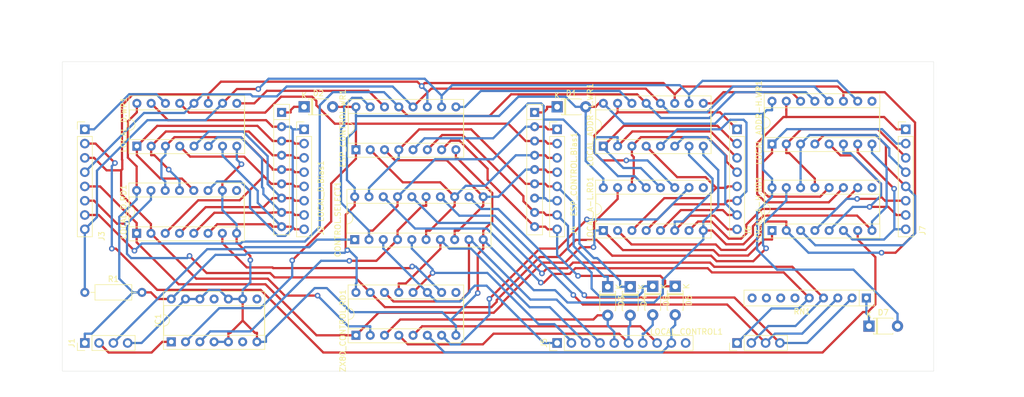
<source format=kicad_pcb>
(kicad_pcb (version 20221018) (generator pcbnew)
  (layers (0 "F.Cu" signal) (31 "B.Cu" signal) (34 "B.Paste" user) (35 "F.Paste" user) (36 "B.SilkS" user "B.Silkscreen") (37 "F.SilkS" user "F.Silkscreen") (38 "B.Mask" user) (39 "F.Mask" user) (44 "Edge.Cuts" user))
  (net 0 "")
  (net 1 "/SPI-Z80-BUS/ESP_CONTROL.BUSRQ")
  (net 2 "/SPI-Z80-BUS/ESP_CONTROL.RD")
  (net 3 "/SPI-Z80-BUS/Z80_CONTROL.RD")
  (net 4 "Net-(CONTROL.SELECT1-1A1)")
  (net 5 "/SPI-Z80-BUS/Z80_CONTROL.WR")
  (net 6 "/SPI-Z80-BUS/ESP_CONTROL.IORQ")
  (net 7 "/SPI-Z80-BUS/Z80_CONTROL.IORQ")
  (net 8 "/SPI-Z80-BUS/ESP_CONTROL.MEMRQ")
  (net 9 "/SPI-Z80-BUS/Z80_CONTROL.MEMRQ")
  (net 10 "GND")
  (net 11 "/SPI-Z80-BUS/LOCAL_CONTROL.MEMRQ")
  (net 12 "/SPI-Z80-BUS/LOCAL_CONTROL.IORQ")
  (net 13 "/SPI-Z80-BUS/LOCAL_CONTROL.WR")
  (net 14 "/SPI-Z80-BUS/LOCAL_CONTROL.RD")
  (net 15 "/SPI-Z80-BUS/!ESP_HARDLOCK")
  (net 16 "+5V")
  (net 17 "Net-(D1-K)")
  (net 18 "Net-(D2-K)")
  (net 19 "Net-(D7-K)")
  (net 20 "/SPI-Z80-BUS/Z80_CONTROL.BUSRQ")
  (net 21 "/SPI-Z80-BUS/ESP_CONTROL.WAIT")
  (net 22 "/SPI-Z80-BUS/Z80_CONTROL.WAIT")
  (net 23 "/SPI-Z80-BUS/ESP_CONTROL.ROMCS")
  (net 24 "/SPI-Z80-BUS/Z80_CONTROL.ROMCS")
  (net 25 "/SPI-Z80-BUS/ESP_CONTROL.NMI")
  (net 26 "/SPI-Z80-BUS/Z80_CONTROL.NMI")
  (net 27 "/SPI-Z80-BUS/ESP_CONTROL.WR")
  (net 28 "Net-(ESP_CONTROL.WR1-QH')")
  (net 29 "/SPI-Z80-BUS/ESP_SPI_INT.MR")
  (net 30 "/SPI-Z80-BUS/ESP_SPI_INT.SCK")
  (net 31 "/SPI-Z80-BUS/ESP_SPI_INT.STC")
  (net 32 "/SPI-Z80-BUS/ESP_SPI_INT.OE")
  (net 33 "Net-(ESP_CONTROL.WR1-SER)")
  (net 34 "/SPI-Z80-BUS/ESP_PULSE")
  (net 35 "/SPI-Z80-BUS/LOCAL_D0")
  (net 36 "/SPI-Z80-BUS/LOCAL_D1")
  (net 37 "/SPI-Z80-BUS/LOCAL_D2")
  (net 38 "/SPI-Z80-BUS/LOCAL_D3")
  (net 39 "/SPI-Z80-BUS/LOCAL_D4")
  (net 40 "/SPI-Z80-BUS/LOCAL_D5")
  (net 41 "/SPI-Z80-BUS/LOCAL_D6")
  (net 42 "/SPI-Z80-BUS/LOCAL_D7")
  (net 43 "/SPI-Z80-BUS/LOCAL_A0")
  (net 44 "/SPI-Z80-BUS/LOCAL_A1")
  (net 45 "/SPI-Z80-BUS/LOCAL_A2")
  (net 46 "/SPI-Z80-BUS/LOCAL_A3")
  (net 47 "/SPI-Z80-BUS/LOCAL_A4")
  (net 48 "/SPI-Z80-BUS/LOCAL_A5")
  (net 49 "/SPI-Z80-BUS/LOCAL_A6")
  (net 50 "/SPI-Z80-BUS/LOCAL_A7")
  (net 51 "/SPI-Z80-BUS/LOCAL_A8")
  (net 52 "/SPI-Z80-BUS/LOCAL_A9")
  (net 53 "/SPI-Z80-BUS/LOCAL_A10")
  (net 54 "/SPI-Z80-BUS/LOCAL_A11")
  (net 55 "/SPI-Z80-BUS/LOCAL_A12")
  (net 56 "/SPI-Z80-BUS/LOCAL_A13")
  (net 57 "/SPI-Z80-BUS/LOCAL_A14")
  (net 58 "/SPI-Z80-BUS/LOCAL_A15")
  (net 59 "/SPI-Z80-BUS/Z80_CONTROL.BUSACK")
  (net 60 "/SPI-Z80-BUS/ESP_SPI_INT.MOSI")
  (net 61 "/SPI-Z80-BUS/ESP_SPI_INT.MISO")
  (net 62 "/SPI-Z80-BUS/ESP_SPI_INT.PL")
  (net 63 "/SPI-Z80-BUS/ESP_SPI_INT.CE")
  (net 65 "Net-(LOCAL_A-H.RD1-DS)")
  (net 67 "Net-(LOCAL_A-L.RD1-DS)")
  (net 69 "Net-(LOCAL_ADDR-H.WR1-SER)")
  (net 70 "Net-(LOCAL_D.RD1-~{Q7})")
  (net 80 "/SPI-Z80-BUS/Z80_CONTROL.RESET")
  (footprint "Connector_PinHeader_2.54mm:PinHeader_1x04_P2.54mm_Vertical" (layer "F.Cu") (at 175 77 90)
    (fp_text reference "LOCAL_CONTROL1")
    (fp_text value "LOCAL_CONTROL")
  )
  (footprint "Package_DIP:DIP-16_W7.62mm_Socket" (layer "F.Cu") (at 107.22 75.635 90)
    (fp_text reference "ZX80_CONTROL.RD1")
    (fp_text value "74HC165N")
  )
  (footprint "Diode_THT:D_T-1_P5.08mm_Horizontal" (layer "F.Cu") (at 160 66.92 -90)
    (fp_text reference "D5")
    (fp_text value "1N4148")
  )
  (footprint "Package_DIP:DIP-14_W7.62mm_Socket" (layer "F.Cu") (at 74.375 76.8 90)
    (fp_text reference "IC1")
    (fp_text value "74HC32N")
  )
  (footprint "Connector_PinHeader_2.54mm:PinHeader_1x08_P2.54mm_Vertical" (layer "F.Cu") (at 175 39)
    (fp_text reference "J6")
    (fp_text value "LOCAL_A-L")
  )
  (footprint "Diode_THT:D_T-1_P5.08mm_Horizontal" (layer "F.Cu") (at 152 67 -90)
    (fp_text reference "D3")
    (fp_text value "1N4148")
  )
  (footprint "Resistor_THT:R_Array_SIP9" (layer "F.Cu") (at 198 69 180)
    (fp_text reference "RN1")
    (fp_text value "LOCAL_CONTROL.Bias")
  )
  (footprint "Diode_THT:D_T-1_P5.08mm_Horizontal" (layer "F.Cu") (at 198.46 74)
    (fp_text reference "D7")
    (fp_text value "1N4148")
  )
  (footprint "Diode_THT:D_T-1_P5.08mm_Horizontal" (layer "F.Cu") (at 143 35)
    (fp_text reference "D1")
    (fp_text value "1N4148")
  )
  (footprint "Package_DIP:DIP-16_W7.62mm_Socket" (layer "F.Cu") (at 68.26 42 90)
    (fp_text reference "LOCAL_D.WR1")
    (fp_text value "74595N")
  )
  (footprint "Package_DIP:DIP-16_W7.62mm_Socket" (layer "F.Cu") (at 68.22 57.5 90)
    (fp_text reference "LOCAL_D.RD1")
    (fp_text value "74HC165N")
  )
  (footprint "Package_DIP:DIP-16_W7.62mm_Socket" (layer "F.Cu") (at 107.22 42.635 90)
    (fp_text reference "ESP_CONTROL.WR1")
    (fp_text value "74595N")
  )
  (footprint "Connector_PinHeader_2.54mm:PinHeader_1x08_P2.54mm_Vertical" (layer "F.Cu") (at 59 39)
    (fp_text reference "J3")
    (fp_text value "ESP_SPI_INT")
  )
  (footprint "Package_DIP:DIP-20_W7.62mm_Socket" (layer "F.Cu") (at 107 58.62 90)
    (fp_text reference "CONTROL.SELECT1")
    (fp_text value "74HC244N")
  )
  (footprint "Diode_THT:D_T-1_P5.08mm_Horizontal" (layer "F.Cu") (at 156 67 -90)
    (fp_text reference "D4")
    (fp_text value "1N4148")
  )
  (footprint "Connector_PinHeader_2.54mm:PinHeader_1x04_P2.54mm_Vertical" (layer "F.Cu") (at 59 77 90)
    (fp_text reference "J1")
    (fp_text value "PinHeader_2.54mm" hide)
  )
  (footprint "Connector_PinHeader_2.54mm:PinHeader_1x08_P2.54mm_Vertical" (layer "F.Cu") (at 205 39)
    (fp_text reference "J7")
    (fp_text value "LOCAL_A-H")
  )
  (footprint "Package_DIP:DIP-16_W7.62mm_Socket" (layer "F.Cu") (at 181.22 41.62 90)
    (fp_text reference "LOCAL_ADDR-H.WR1")
    (fp_text value "74595N")
  )
  (footprint "Package_DIP:DIP-16_W7.62mm_Socket" (layer "F.Cu") (at 151.22 42 90)
    (fp_text reference "LOCAL_ADDR-L.WR1")
    (fp_text value "74595N")
  )
  (footprint "Diode_THT:D_T-1_P5.08mm_Horizontal" (layer "F.Cu") (at 164 66.92 -90)
    (fp_text reference "D6")
    (fp_text value "1N4148")
  )
  (footprint "Package_DIP:DIP-16_W7.62mm_Socket" (layer "F.Cu") (at 181.22 57 90)
    (fp_text reference "LOCAL_A-H.RD1")
    (fp_text value "74HC165N")
  )
  (footprint "Resistor_THT:R_Array_SIP9" (layer "F.Cu") (at 139 36 -90)
    (fp_text reference "ESP_CONTROL.Bias1")
    (fp_text value "4609M-101-103LF")
  )
  (footprint "Diode_THT:D_T-1_P5.08mm_Horizontal" (layer "F.Cu") (at 98 35)
    (fp_text reference "D2")
    (fp_text value "1N4148")
  )
  (footprint "Package_DIP:DIP-16_W7.62mm_Socket" (layer "F.Cu") (at 151.22 57 90)
    (fp_text reference "LOCAL_A-L.RD1")
    (fp_text value "74HC165N")
  )
  (footprint "Connector_PinHeader_2.54mm:PinHeader_1x08_P2.54mm_Vertical" (layer "F.Cu") (at 98 39)
    (fp_text reference "J2")
    (fp_text value "LOCAL_D")
  )
  (footprint "Connector_PinHeader_2.54mm:PinHeader_1x10_P2.54mm_Vertical" (layer "F.Cu") (at 143 77 90)
    (fp_text reference "J5")
    (fp_text value "Z80_CONTROL")
  )
  (footprint "Resistor_THT:R_Axial_DIN0207_L6.3mm_D2.5mm_P10.16mm_Horizontal" (layer "F.Cu") (at 59 68)
    (fp_text reference "R1")
    (fp_text value "22K")
  )
  (footprint "Resistor_THT:R_Array_SIP9" (layer "F.Cu") (at 94 36 -90)
    (fp_text reference "LOCAL_D.Bias1")
    (fp_text value "4609M-101-103LF")
  )
  (footprint "Connector_PinHeader_2.54mm:PinHeader_1x08_P2.54mm_Vertical" (layer "F.Cu") (at 143 39)
    (fp_text reference "J4")
    (fp_text value "ESP_CONTROL")
  )
  (gr_rect (start 55 27) (end 210 82) (stroke (width 0.05)) (fill none) (layer "Edge.Cuts"))
  (segment (start 143 49.16) (end 141.3499 49.16) (width 0.4) (layer "F.Cu") (net 1))
  (segment (start 127.7134 39.0135) (end 118.4615 39.0135) (width 0.4) (layer "F.Cu") (net 1))
  (segment (start 118.4615 39.0135) (end 114.84 42.635) (width 0.4) (layer "F.Cu") (net 1))
  (segment (start 137.3999 48.7) (end 127.7134 39.0135) (width 0.4) (layer "F.Cu") (net 1))
  (segment (start 140.8899 48.7) (end 139 48.7) (width 0.4) (layer "F.Cu") (net 1))
  (segment (start 141.3499 49.16) (end 140.8899 48.7) (width 0.4) (layer "F.Cu") (net 1))
  (segment (start 139 48.7) (end 137.3999 48.7) (width 0.4) (layer "F.Cu") (net 1))
  (segment (start 114.7048 44.2351) (end 109.54 49.3999) (width 0.4) (layer "B.Cu") (net 1))
  (segment (start 152 67) (end 152 65.1999) (width 0.4) (layer "B.Cu") (net 1))
  (segment (start 109.54 51) (end 109.54 49.3999) (width 0.4) (layer "B.Cu") (net 1))
  (segment (start 114.84 44.2351) (end 114.7048 44.2351) (width 0.4) (layer "B.Cu") (net 1))
  (segment (start 145.9331 52.0931) (end 143 49.16) (width 0.4) (layer "B.Cu") (net 1))
  (segment (start 151.3813 65.1999) (end 145.9331 59.7517) (width 0.4) (layer "B.Cu") (net 1))
  (segment (start 114.84 42.635) (end 114.84 44.2351) (width 0.4) (layer "B.Cu") (net 1))
  (segment (start 152 65.1999) (end 151.3813 65.1999) (width 0.4) (layer "B.Cu") (net 1))
  (segment (start 145.9331 59.7517) (end 145.9331 52.0931) (width 0.4) (layer "B.Cu") (net 1))
  (segment (start 114.62 51) (end 114.62 52.6001) (width 0.4) (layer "F.Cu") (net 2))
  (segment (start 141.3499 39) (end 140.8899 38.54) (width 0.4) (layer "F.Cu") (net 2))
  (segment (start 114.62 52.6001) (end 110.2002 57.0199) (width 0.4) (layer "F.Cu") (net 2))
  (segment (start 110.2002 57.0199) (end 109.54 57.0199) (width 0.4) (layer "F.Cu") (net 2))
  (segment (start 109.54 58.62) (end 109.54 57.0199) (width 0.4) (layer "F.Cu") (net 2))
  (segment (start 143 39) (end 141.3499 39) (width 0.4) (layer "F.Cu") (net 2))
  (segment (start 140.8899 38.54) (end 139 38.54) (width 0.4) (layer "F.Cu") (net 2))
  (segment (start 108.1478 33.4028) (end 109.76 35.015) (width 0.4) (layer "B.Cu") (net 2))
  (segment (start 114.62 51) (end 121.2976 44.3224) (width 0.4) (layer "B.Cu") (net 2))
  (segment (start 104.5635 52.0434) (end 104.5635 38.9132) (width 0.4) (layer "B.Cu") (net 2))
  (segment (start 121.2976 44.3224) (end 131.6175 44.3224) (width 0.4) (layer "B.Cu") (net 2))
  (segment (start 105.1143 34.8394) (end 106.5509 33.4028) (width 0.4) (layer "B.Cu") (net 2))
  (segment (start 139 38.54) (end 137.3999 38.54) (width 0.4) (layer "B.Cu") (net 2))
  (segment (start 131.6175 44.3224) (end 137.3999 38.54) (width 0.4) (layer "B.Cu") (net 2))
  (segment (start 109.54 57.0199) (end 104.5635 52.0434) (width 0.4) (layer "B.Cu") (net 2))
  (segment (start 105.1143 38.3624) (end 105.1143 34.8394) (width 0.4) (layer "B.Cu") (net 2))
  (segment (start 106.5509 33.4028) (end 108.1478 33.4028) (width 0.4) (layer "B.Cu") (net 2))
  (segment (start 109.54 58.62) (end 109.54 57.0199) (width 0.4) (layer "B.Cu") (net 2))
  (segment (start 104.5635 38.9132) (end 105.1143 38.3624) (width 0.4) (layer "B.Cu") (net 2))
  (segment (start 127.4443 67.7131) (end 127.4443 67.9254) (width 0.4) (layer "B.Cu") (net 3))
  (segment (start 128.345 66.8124) (end 127.4443 67.7131) (width 0.4) (layer "B.Cu") (net 3))
  (segment (start 119.92 68.015) (end 112.1251 60.2201) (width 0.4) (layer "B.Cu") (net 3))
  (segment (start 140.6389 77) (end 130.4513 66.8124) (width 0.4) (layer "B.Cu") (net 3))
  (segment (start 125.7546 69.6151) (end 121.5201 69.6151) (width 0.4) (layer "B.Cu") (net 3))
  (segment (start 143 77) (end 140.6389 77) (width 0.4) (layer "B.Cu") (net 3))
  (segment (start 130.4513 66.8124) (end 128.345 66.8124) (width 0.4) (layer "B.Cu") (net 3))
  (segment (start 112.08 58.62) (end 112.08 60.2201) (width 0.4) (layer "B.Cu") (net 3))
  (segment (start 127.4443 67.9254) (end 125.7546 69.6151) (width 0.4) (layer "B.Cu") (net 3))
  (segment (start 121.5201 69.6151) (end 119.92 68.015) (width 0.4) (layer "B.Cu") (net 3))
  (segment (start 112.1251 60.2201) (end 112.08 60.2201) (width 0.4) (layer "B.Cu") (net 3))
  (segment (start 119.7 52.6001) (end 119.0398 52.6001) (width 0.4) (layer "F.Cu") (net 4))
  (segment (start 114.62 58.62) (end 110.8543 62.3857) (width 0.4) (layer "F.Cu") (net 4))
  (segment (start 119.0398 52.6001) (end 114.62 57.0199) (width 0.4) (layer "F.Cu") (net 4))
  (segment (start 119.7 51) (end 119.7 52.6001) (width 0.4) (layer "F.Cu") (net 4))
  (segment (start 110.8543 62.3857) (end 106.0426 62.3857) (width 0.4) (layer "F.Cu") (net 4))
  (segment (start 114.62 58.62) (end 114.62 57.0199) (width 0.4) (layer "F.Cu") (net 4))
  (segment (start 106.0426 62.3857) (end 106.0426 62.3858) (width 0.4) (layer "F.Cu") (net 4))
  (via (at 106.0426 62.3858) (size 1) (drill 0.5) (layers "F.Cu" "B.Cu") (net 4))
  (segment (start 101.0146 62.3858) (end 88.4647 74.9357) (width 0.4) (layer "B.Cu") (net 4))
  (segment (start 88.4647 74.9357) (end 81.3193 74.9357) (width 0.4) (layer "B.Cu") (net 4))
  (segment (start 81.3193 74.9357) (end 79.455 76.8) (width 0.4) (layer "B.Cu") (net 4))
  (segment (start 106.0426 62.3858) (end 101.0146 62.3858) (width 0.4) (layer "B.Cu") (net 4))
  (segment (start 120.8561 64.5389) (end 117.38 68.015) (width 0.4) (layer "F.Cu") (net 5))
  (via (at 120.8561 64.5389) (size 1) (drill 0.5) (layers "F.Cu" "B.Cu") (net 5))
  (segment (start 145.54 76.6834) (end 142.5174 73.6608) (width 0.4) (layer "B.Cu") (net 5))
  (segment (start 120.8561 63.9162) (end 117.16 60.2201) (width 0.4) (layer "B.Cu") (net 5))
  (segment (start 145.54 77) (end 145.54 76.6834) (width 0.4) (layer "B.Cu") (net 5))
  (segment (start 117.16 58.62) (end 117.16 60.2201) (width 0.4) (layer "B.Cu") (net 5))
  (segment (start 120.8561 64.5389) (end 120.8561 63.9162) (width 0.4) (layer "B.Cu") (net 5))
  (segment (start 139.7141 73.6608) (end 130.5922 64.5389) (width 0.4) (layer "B.Cu") (net 5))
  (segment (start 130.5922 64.5389) (end 120.8561 64.5389) (width 0.4) (layer "B.Cu") (net 5))
  (segment (start 142.5174 73.6608) (end 139.7141 73.6608) (width 0.4) (layer "B.Cu") (net 5))
  (segment (start 120.3602 57.0199) (end 119.7 57.0199) (width 0.4) (layer "F.Cu") (net 6))
  (segment (start 139 43.62) (end 140.8899 43.62) (width 0.4) (layer "F.Cu") (net 6))
  (segment (start 109.76 42.635) (end 115.5521 48.4271) (width 0.4) (layer "F.Cu") (net 6))
  (segment (start 143 44.08) (end 141.3499 44.08) (width 0.4) (layer "F.Cu") (net 6))
  (segment (start 140.8899 43.62) (end 141.3499 44.08) (width 0.4) (layer "F.Cu") (net 6))
  (segment (start 115.5521 48.4271) (end 122.2071 48.4271) (width 0.4) (layer "F.Cu") (net 6))
  (segment (start 122.2071 48.4271) (end 124.78 51) (width 0.4) (layer "F.Cu") (net 6))
  (segment (start 119.7 58.62) (end 119.7 57.0199) (width 0.4) (layer "F.Cu") (net 6))
  (segment (start 124.78 51.4921) (end 124.78 51) (width 0.4) (layer "F.Cu") (net 6))
  (segment (start 124.78 52.6001) (end 120.3602 57.0199) (width 0.4) (layer "F.Cu") (net 6))
  (segment (start 124.78 51.4921) (end 124.78 52.6001) (width 0.4) (layer "F.Cu") (net 6))
  (segment (start 126.7277 49.0523) (end 130.2171 49.0523) (width 0.4) (layer "B.Cu") (net 6))
  (segment (start 124.78 51) (end 126.7277 49.0523) (width 0.4) (layer "B.Cu") (net 6))
  (segment (start 135.6494 43.62) (end 139 43.62) (width 0.4) (layer "B.Cu") (net 6))
  (segment (start 130.2171 49.0523) (end 135.6494 43.62) (width 0.4) (layer "B.Cu") (net 6))
  (segment (start 122.24 60.2636) (end 116.0887 66.4149) (width 0.4) (layer "F.Cu") (net 7))
  (segment (start 114.84 68.015) (end 114.84 66.4149) (width 0.4) (layer "F.Cu") (net 7))
  (segment (start 122.24 58.62) (end 122.24 60.2636) (width 0.4) (layer "F.Cu") (net 7))
  (segment (start 116.0887 66.4149) (end 114.84 66.4149) (width 0.4) (layer "F.Cu") (net 7))
  (segment (start 122.24 58.62) (end 123.8402 60.2202) (width 0.4) (layer "B.Cu") (net 7))
  (segment (start 123.8402 60.2202) (end 127.688 60.2202) (width 0.4) (layer "B.Cu") (net 7))
  (segment (start 138.1123 70.6445) (end 141.7245 70.6445) (width 0.4) (layer "B.Cu") (net 7))
  (segment (start 141.7245 70.6445) (end 148.08 77) (width 0.4) (layer "B.Cu") (net 7))
  (segment (start 127.688 60.2202) (end 138.1123 70.6445) (width 0.4) (layer "B.Cu") (net 7))
  (segment (start 124.78 58.62) (end 124.78 57.0199) (width 0.4) (layer "F.Cu") (net 8))
  (segment (start 125.4402 57.0199) (end 124.78 57.0199) (width 0.4) (layer "F.Cu") (net 8))
  (segment (start 114.1643 44.4993) (end 112.3 42.635) (width 0.4) (layer "F.Cu") (net 8))
  (segment (start 143 46.62) (end 141.3499 46.62) (width 0.4) (layer "F.Cu") (net 8))
  (segment (start 140.8899 46.16) (end 141.3499 46.62) (width 0.4) (layer "F.Cu") (net 8))
  (segment (start 129.86 51.4921) (end 129.86 51) (width 0.4) (layer "F.Cu") (net 8))
  (segment (start 123.3593 44.4993) (end 114.1643 44.4993) (width 0.4) (layer "F.Cu") (net 8))
  (segment (start 129.86 51) (end 123.3593 44.4993) (width 0.4) (layer "F.Cu") (net 8))
  (segment (start 139 46.16) (end 140.8899 46.16) (width 0.4) (layer "F.Cu") (net 8))
  (segment (start 129.86 51.4921) (end 129.86 52.6001) (width 0.4) (layer "F.Cu") (net 8))
  (segment (start 129.86 52.6001) (end 125.4402 57.0199) (width 0.4) (layer "F.Cu") (net 8))
  (segment (start 132.5599 51) (end 137.3999 46.16) (width 0.4) (layer "B.Cu") (net 8))
  (segment (start 139 46.16) (end 137.3999 46.16) (width 0.4) (layer "B.Cu") (net 8))
  (segment (start 129.86 51) (end 132.5599 51) (width 0.4) (layer "B.Cu") (net 8))
  (segment (start 127.32 58.62) (end 127.32 67.9647) (width 0.4) (layer "F.Cu") (net 9))
  (segment (start 113.9039 69.6189) (end 112.3 68.015) (width 0.4) (layer "F.Cu") (net 9))
  (segment (start 127.32 67.9647) (end 125.6658 69.6189) (width 0.4) (layer "F.Cu") (net 9))
  (segment (start 125.6658 69.6189) (end 113.9039 69.6189) (width 0.4) (layer "F.Cu") (net 9))
  (segment (start 142.9028 69.2828) (end 138.2504 69.2828) (width 0.4) (layer "B.Cu") (net 9))
  (segment (start 138.2504 69.2828) (end 127.5876 58.62) (width 0.4) (layer "B.Cu") (net 9))
  (segment (start 150.62 77) (end 142.9028 69.2828) (width 0.4) (layer "B.Cu") (net 9))
  (segment (start 127.5876 58.62) (end 127.32 58.62) (width 0.4) (layer "B.Cu") (net 9))
  (segment (start 83.46 49.88) (end 83.46 48.2799) (width 0.4) (layer "F.Cu") (net 10))
  (segment (start 84.8872 75.1999) (end 84.535 75.1999) (width 0.4) (layer "F.Cu") (net 10))
  (segment (start 176.1282 59.4503) (end 177.832 57.7465) (width 0.4) (layer "F.Cu") (net 10))
  (segment (start 177.832 56.2263) (end 179.7139 54.3444) (width 0.4) (layer "F.Cu") (net 10))
  (segment (start 86 57.5) (end 86 59.1001) (width 0.4) (layer "F.Cu") (net 10))
  (segment (start 170.6001 57) (end 173.0504 59.4503) (width 0.4) (layer "F.Cu") (net 10))
  (segment (start 84.535 76.8) (end 84.535 75.1999) (width 0.4) (layer "F.Cu") (net 10))
  (segment (start 131.4601 55.4198) (end 131.4601 50.3372) (width 0.4) (layer "F.Cu") (net 10))
  (segment (start 89.615 76.8) (end 89.615 75.1999) (width 0.4) (layer "F.Cu") (net 10))
  (segment (start 129.86 58.62) (end 129.86 57.0199) (width 0.4) (layer "F.Cu") (net 10))
  (segment (start 83.46 48.2799) (end 83.7827 48.2799) (width 0.4) (layer "F.Cu") (net 10))
  (segment (start 87.075 70.7801) (end 87.075 73.0121) (width 0.4) (layer "F.Cu") (net 10))
  (segment (start 88.4373 61.5374) (end 88.4373 62.2612) (width 0.4) (layer "F.Cu") (net 10))
  (segment (start 129.86 59.42) (end 129.86 60.2201) (width 0.4) (layer "F.Cu") (net 10))
  (segment (start 128.881 61.1991) (end 128.881 68.1192) (width 0.4) (layer "F.Cu") (net 10))
  (segment (start 87.075 73.0121) (end 84.8872 75.1999) (width 0.4) (layer "F.Cu") (net 10))
  (segment (start 196.3444 54.3444) (end 199 57) (width 0.4) (layer "F.Cu") (net 10))
  (segment (start 129.86 57.0199) (end 131.4601 55.4198) (width 0.4) (layer "F.Cu") (net 10))
  (segment (start 89.2628 75.1999) (end 87.075 73.0121) (width 0.4) (layer "F.Cu") (net 10))
  (segment (start 89.615 75.1999) (end 89.2628 75.1999) (width 0.4) (layer "F.Cu") (net 10))
  (segment (start 179.7139 54.3444) (end 196.3444 54.3444) (width 0.4) (layer "F.Cu") (net 10))
  (segment (start 125.358 44.2351) (end 125 44.2351) (width 0.4) (layer "F.Cu") (net 10))
  (segment (start 169 57) (end 170.6001 57) (width 0.4) (layer "F.Cu") (net 10))
  (segment (start 125 42.635) (end 125 44.2351) (width 0.4) (layer "F.Cu") (net 10))
  (segment (start 86 59.1001) (end 88.4373 61.5374) (width 0.4) (layer "F.Cu") (net 10))
  (segment (start 131.4601 50.3372) (end 125.358 44.2351) (width 0.4) (layer "F.Cu") (net 10))
  (segment (start 129.86 60.2201) (end 128.881 61.1991) (width 0.4) (layer "F.Cu") (net 10))
  (segment (start 173.0504 59.4503) (end 176.1282 59.4503) (width 0.4) (layer "F.Cu") (net 10))
  (segment (start 83.7827 48.2799) (end 86.8583 45.2043) (width 0.4) (layer "F.Cu") (net 10))
  (segment (start 87.075 69.18) (end 87.075 70.7801) (width 0.4) (layer "F.Cu") (net 10))
  (segment (start 129.86 59.42) (end 129.86 58.62) (width 0.4) (layer "F.Cu") (net 10))
  (segment (start 177.832 57.7465) (end 177.832 56.2263) (width 0.4) (layer "F.Cu") (net 10))
  (via (at 128.881 68.1192) (size 1) (drill 0.5) (layers "F.Cu" "B.Cu") (net 10))
  (via (at 88.4373 62.2612) (size 1) (drill 0.5) (layers "F.Cu" "B.Cu") (net 10))
  (via (at 86.8583 45.2043) (size 1) (drill 0.5) (layers "F.Cu" "B.Cu") (net 10))
  (segment (start 91.2151 75.9027) (end 99.8822 67.2356) (width 0.4) (layer "B.Cu") (net 10))
  (segment (start 86.04 44.386) (end 86.04 43.6001) (width 0.4) (layer "B.Cu") (net 10))
  (segment (start 86.04 42) (end 86.04 43.6001) (width 0.4) (layer "B.Cu") (net 10))
  (segment (start 125 75.635) (end 125 74.0349) (width 0.4) (layer "B.Cu") (net 10))
  (segment (start 79.455 69.18) (end 78.5151 69.18) (width 0.4) (layer "B.Cu") (net 10))
  (segment (start 199 55.3999) (end 201.6004 52.7995) (width 0.4) (layer "B.Cu") (net 10))
  (segment (start 87.075 69.18) (end 86.1351 69.18) (width 0.4) (layer "B.Cu") (net 10))
  (segment (start 199 57) (end 199 55.3999) (width 0.4) (layer "B.Cu") (net 10))
  (segment (start 91.2151 76.8) (end 91.2151 75.9027) (width 0.4) (layer "B.Cu") (net 10))
  (segment (start 160.2598 69.8003) (end 161.8002 68.2599) (width 0.4) (layer "B.Cu") (net 10))
  (segment (start 199 41.62) (end 199 43.2201) (width 0.4) (layer "B.Cu") (net 10))
  (segment (start 84.535 76.8) (end 82.9349 76.8) (width 0.4) (layer "B.Cu") (net 10))
  (segment (start 169 42) (end 169 43.6001) (width 0.4) (layer "B.Cu") (net 10))
  (segment (start 87.075 69.18) (end 87.075 67.5799) (width 0.4) (layer "B.Cu") (net 10))
  (segment (start 122.5596 71.5165) (end 123.3914 72.3483) (width 0.4) (layer "B.Cu") (net 10))
  (segment (start 86.8583 45.2043) (end 86.04 44.386) (width 0.4) (layer "B.Cu") (net 10))
  (segment (start 201.6004 45.8205) (end 199 43.2201) (width 0.4) (layer "B.Cu") (net 10))
  (segment (start 102.0388 67.2356) (end 106.3197 71.5165) (width 0.4) (layer "B.Cu") (net 10))
  (segment (start 81.0612 67.5738) (end 79.455 69.18) (width 0.4) (layer "B.Cu") (net 10))
  (segment (start 123.3914 72.3483) (end 123.4298 72.3483) (width 0.4) (layer "B.Cu") (net 10))
  (segment (start 169 56.5078) (end 169 57) (width 0.4) (layer "B.Cu") (net 10))
  (segment (start 123.4298 72.3483) (end 124.0409 72.9593) (width 0.4) (layer "B.Cu") (net 10))
  (segment (start 201.6004 52.7995) (end 201.6004 45.8205) (width 0.4) (layer "B.Cu") (net 10))
  (segment (start 144.8349 69.8003) (end 160.2598 69.8003) (width 0.4) (layer "B.Cu") (net 10))
  (segment (start 169 57) (end 169 58.6001) (width 0.4) (layer "B.Cu") (net 10))
  (segment (start 138.8475 67.6075) (end 142.6421 67.6075) (width 0.4) (layer "B.Cu") (net 10))
  (segment (start 76.915 69.18) (end 78.5151 69.18) (width 0.4) (layer "B.Cu") (net 10))
  (segment (start 83.46 51.4801) (end 83.46 53.3599) (width 0.4) (layer "B.Cu") (net 10))
  (segment (start 83.46 49.88) (end 83.46 51.4801) (width 0.4) (layer "B.Cu") (net 10))
  (segment (start 169 56.5078) (end 169 55.3999) (width 0.4) (layer "B.Cu") (net 10))
  (segment (start 161.8002 65.7999) (end 169 58.6001) (width 0.4) (layer "B.Cu") (net 10))
  (segment (start 128.881 68.1192) (end 124.0409 72.9593) (width 0.4) (layer "B.Cu") (net 10))
  (segment (start 106.3197 71.5165) (end 122.5596 71.5165) (width 0.4) (layer "B.Cu") (net 10))
  (segment (start 69.095 77) (end 66.62 77) (width 0.4) (layer "B.Cu") (net 10))
  (segment (start 87.075 67.5799) (end 88.4373 66.2176) (width 0.4) (layer "B.Cu") (net 10))
  (segment (start 169 55.3999) (end 171.655 52.7449) (width 0.4) (layer "B.Cu") (net 10))
  (segment (start 171.655 52.7449) (end 171.655 46.2551) (width 0.4) (layer "B.Cu") (net 10))
  (segment (start 76.915 69.18) (end 69.095 77) (width 0.4) (layer "B.Cu") (net 10))
  (segment (start 161.8002 68.2599) (end 161.8002 65.7999) (width 0.4) (layer "B.Cu") (net 10))
  (segment (start 84.535 69.18) (end 82.9288 67.5738) (width 0.4) (layer "B.Cu") (net 10))
  (segment (start 142.6421 67.6075) (end 144.8349 69.8003) (width 0.4) (layer "B.Cu") (net 10))
  (segment (start 82.9288 67.5738) (end 81.0612 67.5738) (width 0.4) (layer "B.Cu") (net 10))
  (segment (start 81.995 76.8) (end 82.9349 76.8) (width 0.4) (layer "B.Cu") (net 10))
  (segment (start 84.535 69.18) (end 86.1351 69.18) (width 0.4) (layer "B.Cu") (net 10))
  (segment (start 125 73.9185) (end 124.0409 72.9593) (width 0.4) (layer "B.Cu") (net 10))
  (segment (start 86 57.5) (end 86 55.8999) (width 0.4) (layer "B.Cu") (net 10))
  (segment (start 171.655 46.2551) (end 169 43.6001) (width 0.4) (layer "B.Cu") (net 10))
  (segment (start 83.46 53.3599) (end 86 55.8999) (width 0.4) (layer "B.Cu") (net 10))
  (segment (start 129.86 58.62) (end 138.8475 67.6075) (width 0.4) (layer "B.Cu") (net 10))
  (segment (start 125 74.0349) (end 125 73.9185) (width 0.4) (layer "B.Cu") (net 10))
  (segment (start 88.4373 66.2176) (end 88.4373 62.2612) (width 0.4) (layer "B.Cu") (net 10))
  (segment (start 99.8822 67.2356) (end 102.0388 67.2356) (width 0.4) (layer "B.Cu") (net 10))
  (segment (start 89.615 76.8) (end 91.2151 76.8) (width 0.4) (layer "B.Cu") (net 10))
  (segment (start 182.62 77) (end 174.5357 68.9157) (width 0.4) (layer "F.Cu") (net 11))
  (segment (start 174.5357 68.9157) (end 148.2667 68.9157) (width 0.4) (layer "F.Cu") (net 11))
  (segment (start 148.2667 68.9157) (end 147.834 68.483) (width 0.4) (layer "F.Cu") (net 11))
  (via (at 147.834 68.483) (size 1) (drill 0.5) (layers "F.Cu" "B.Cu") (net 11))
  (segment (start 127.32 51) (end 129.4914 53.1714) (width 0.4) (layer "B.Cu") (net 11))
  (segment (start 129.4914 53.1714) (end 132.5224 53.1714) (width 0.4) (layer "B.Cu") (net 11))
  (segment (start 187.46 77) (end 182.62 77) (width 0.4) (layer "B.Cu") (net 11))
  (segment (start 132.5224 53.1714) (end 147.834 68.483) (width 0.4) (layer "B.Cu") (net 11))
  (segment (start 195.46 69) (end 187.46 77) (width 0.4) (layer "B.Cu") (net 11))
  (segment (start 173.244 70.164) (end 147.5786 70.164) (width 0.4) (layer "F.Cu") (net 12))
  (segment (start 180.08 77) (end 173.244 70.164) (width 0.4) (layer "F.Cu") (net 12))
  (segment (start 147.5786 70.164) (end 145.8835 68.4689) (width 0.4) (layer "F.Cu") (net 12))
  (via (at 145.8835 68.4689) (size 1) (drill 0.5) (layers "F.Cu" "B.Cu") (net 12))
  (segment (start 192.92 69) (end 186.5844 75.3356) (width 0.4) (layer "B.Cu") (net 12))
  (segment (start 181.7444 75.3356) (end 180.08 77) (width 0.4) (layer "B.Cu") (net 12))
  (segment (start 186.5844 75.3356) (end 181.7444 75.3356) (width 0.4) (layer "B.Cu") (net 12))
  (segment (start 122.24 51) (end 125.6067 54.3667) (width 0.4) (layer "B.Cu") (net 12))
  (segment (start 131.8896 54.3667) (end 145.8835 68.3606) (width 0.4) (layer "B.Cu") (net 12))
  (segment (start 145.8835 68.3606) (end 145.8835 68.4689) (width 0.4) (layer "B.Cu") (net 12))
  (segment (start 125.6067 54.3667) (end 131.8896 54.3667) (width 0.4) (layer "B.Cu") (net 12))
  (segment (start 141.2149 63.7123) (end 144.8198 63.7123) (width 0.4) (layer "F.Cu") (net 13))
  (segment (start 144.8198 63.7123) (end 145.8285 62.7036) (width 0.4) (layer "F.Cu") (net 13))
  (segment (start 170.944 63.4507) (end 184.8307 63.4507) (width 0.4) (layer "F.Cu") (net 13))
  (segment (start 170.1969 62.7036) (end 170.944 63.4507) (width 0.4) (layer "F.Cu") (net 13))
  (segment (start 140.3002 64.627) (end 141.2149 63.7123) (width 0.4) (layer "F.Cu") (net 13))
  (segment (start 145.8285 62.7036) (end 170.1969 62.7036) (width 0.4) (layer "F.Cu") (net 13))
  (segment (start 184.8307 63.4507) (end 190.38 69) (width 0.4) (layer "F.Cu") (net 13))
  (via (at 140.3002 64.627) (size 1) (drill 0.5) (layers "F.Cu" "B.Cu") (net 13))
  (segment (start 190.38 69) (end 185.3954 73.9846) (width 0.4) (layer "B.Cu") (net 13))
  (segment (start 180.5554 73.9846) (end 177.54 77) (width 0.4) (layer "B.Cu") (net 13))
  (segment (start 131.3228 55.6496) (end 121.8096 55.6496) (width 0.4) (layer "B.Cu") (net 13))
  (segment (start 140.3002 64.627) (end 131.3228 55.6496) (width 0.4) (layer "B.Cu") (net 13))
  (segment (start 121.8096 55.6496) (end 117.16 51) (width 0.4) (layer "B.Cu") (net 13))
  (segment (start 185.3954 73.9846) (end 180.5554 73.9846) (width 0.4) (layer "B.Cu") (net 13))
  (segment (start 140.646 66.2647) (end 140.0992 66.2647) (width 0.4) (layer "F.Cu") (net 14))
  (segment (start 187.84 69) (end 183.2908 64.4508) (width 0.4) (layer "F.Cu") (net 14))
  (segment (start 142.1983 64.7124) (end 140.646 66.2647) (width 0.4) (layer "F.Cu") (net 14))
  (segment (start 183.2908 64.4508) (end 170.5298 64.4508) (width 0.4) (layer "F.Cu") (net 14))
  (segment (start 169.7827 63.7037) (end 146.2427 63.7037) (width 0.4) (layer "F.Cu") (net 14))
  (segment (start 146.2427 63.7037) (end 145.234 64.7124) (width 0.4) (layer "F.Cu") (net 14))
  (segment (start 170.5298 64.4508) (end 169.7827 63.7037) (width 0.4) (layer "F.Cu") (net 14))
  (segment (start 145.234 64.7124) (end 142.1983 64.7124) (width 0.4) (layer "F.Cu") (net 14))
  (via (at 140.0992 66.2647) (size 1) (drill 0.5) (layers "F.Cu" "B.Cu") (net 14))
  (segment (start 130.4842 56.6497) (end 140.0992 66.2647) (width 0.4) (layer "B.Cu") (net 14))
  (segment (start 175 77) (end 181.1357 70.8643) (width 0.4) (layer "B.Cu") (net 14))
  (segment (start 181.1357 70.8643) (end 185.9757 70.8643) (width 0.4) (layer "B.Cu") (net 14))
  (segment (start 112.08 51) (end 117.7297 56.6497) (width 0.4) (layer "B.Cu") (net 14))
  (segment (start 117.7297 56.6497) (end 130.4842 56.6497) (width 0.4) (layer "B.Cu") (net 14))
  (segment (start 185.9757 70.8643) (end 187.84 69) (width 0.4) (layer "B.Cu") (net 14))
  (segment (start 107 58.62) (end 100.2751 58.62) (width 0.4) (layer "B.Cu") (net 15))
  (segment (start 80.7643 60.3157) (end 64.08 77) (width 0.4) (layer "B.Cu") (net 15))
  (segment (start 98.9341 59.961) (end 87.4846 59.961) (width 0.4) (layer "B.Cu") (net 15))
  (segment (start 100.2751 58.62) (end 98.9341 59.961) (width 0.4) (layer "B.Cu") (net 15))
  (segment (start 87.1299 60.3157) (end 80.7643 60.3157) (width 0.4) (layer "B.Cu") (net 15))
  (segment (start 87.4846 59.961) (end 87.1299 60.3157) (width 0.4) (layer "B.Cu") (net 15))
  (segment (start 105.3998 60.1995) (end 105.6896 60.4893) (width 0.4) (layer "F.Cu") (net 16))
  (segment (start 103.08 35) (end 104.8801 35) (width 0.4) (layer "F.Cu") (net 16))
  (segment (start 74.375 69.18) (end 72.7749 69.18) (width 0.4) (layer "F.Cu") (net 16))
  (segment (start 107 51) (end 107 52.6001) (width 0.4) (layer "F.Cu") (net 16))
  (segment (start 107.22 35.015) (end 104.8951 35.015) (width 0.4) (layer "F.Cu") (net 16))
  (segment (start 107 52.6001) (end 105.3998 54.2003) (width 0.4) (layer "F.Cu") (net 16))
  (segment (start 71.9401 69.18) (end 72.7749 69.18) (width 0.4) (layer "F.Cu") (net 16))
  (segment (start 149.8801 34.9199) (end 150.42 34.38) (width 0.4) (layer "F.Cu") (net 16))
  (segment (start 105.3998 54.2003) (end 105.3998 60.1995) (width 0.4) (layer "F.Cu") (net 16))
  (segment (start 68.22 45.6021) (end 66.6598 44.0419) (width 0.4) (layer "F.Cu") (net 16))
  (segment (start 149.8801 35) (end 149.8801 34.9199) (width 0.4) (layer "F.Cu") (net 16))
  (segment (start 148.9801 35) (end 148.08 35) (width 0.4) (layer "F.Cu") (net 16))
  (segment (start 68.22 49.88) (end 68.22 48.2799) (width 0.4) (layer "F.Cu") (net 16))
  (segment (start 66.6598 44.0419) (end 66.6598 37.5803) (width 0.4) (layer "F.Cu") (net 16))
  (segment (start 104.8951 35.015) (end 104.8801 35) (width 0.4) (layer "F.Cu") (net 16))
  (segment (start 66.6598 37.5803) (end 68.26 35.9801) (width 0.4) (layer "F.Cu") (net 16))
  (segment (start 68.22 48.2799) (end 68.22 45.6021) (width 0.4) (layer "F.Cu") (net 16))
  (segment (start 69.16 68) (end 70.7601 68) (width 0.4) (layer "F.Cu") (net 16))
  (segment (start 68.26 34.38) (end 68.26 35.9801) (width 0.4) (layer "F.Cu") (net 16))
  (segment (start 70.7601 68) (end 71.9401 69.18) (width 0.4) (layer "F.Cu") (net 16))
  (segment (start 151.22 34.38) (end 150.42 34.38) (width 0.4) (layer "F.Cu") (net 16))
  (segment (start 148.9801 35) (end 149.8801 35) (width 0.4) (layer "F.Cu") (net 16))
  (via (at 105.6896 60.4893) (size 1) (drill 0.5) (layers "F.Cu" "B.Cu") (net 16))
  (segment (start 181.22 50.9801) (end 178.5642 53.6359) (width 0.4) (layer "B.Cu") (net 16))
  (segment (start 107.22 36.6346) (end 132.6725 36.6346) (width 0.4) (layer "B.Cu") (net 16))
  (segment (start 65.1254 65.5655) (end 67.5599 68) (width 0.4) (layer "B.Cu") (net 16))
  (segment (start 148.08 35.9) (end 148.08 35) (width 0.4) (layer "B.Cu") (net 16))
  (segment (start 65.1254 54.5747) (end 65.1254 65.5655) (width 0.4) (layer "B.Cu") (net 16))
  (segment (start 179.6198 46.1797) (end 179.6198 36.2559) (width 0.4) (layer "B.Cu") (net 16))
  (segment (start 107.3427 66.2922) (end 107.3427 61.8472) (width 0.4) (layer "B.Cu") (net 16))
  (segment (start 105.6198 40.6102) (end 107.22 39.01) (width 0.4) (layer "B.Cu") (net 16))
  (segment (start 105.9848 60.4893) (end 105.6896 60.4893) (width 0.4) (layer "B.Cu") (net 16))
  (segment (start 181.22 34) (end 181.22 35.6001) (width 0.4) (layer "B.Cu") (net 16))
  (segment (start 154.8333 37.9933) (end 151.22 34.38) (width 0.4) (layer "B.Cu") (net 16))
  (segment (start 151.22 48.5799) (end 151.22 49.38) (width 0.4) (layer "B.Cu") (net 16))
  (segment (start 180.2756 35.6001) (end 181.22 35.6001) (width 0.4) (layer "B.Cu") (net 16))
  (segment (start 87.8988 60.9611) (end 87.5339 61.326) (width 0.4) (layer "B.Cu") (net 16))
  (segment (start 148.08 35) (end 146.2799 35) (width 0.4) (layer "B.Cu") (net 16))
  (segment (start 136.1073 33.1998) (end 144.4797 33.1998) (width 0.4) (layer "B.Cu") (net 16))
  (segment (start 151.22 48.5799) (end 151.22 47.7799) (width 0.4) (layer "B.Cu") (net 16))
  (segment (start 60.21 75.3499) (end 59 75.3499) (width 0.4) (layer "B.Cu") (net 16))
  (segment (start 105.2178 60.9611) (end 87.8988 60.9611) (width 0.4) (layer "B.Cu") (net 16))
  (segment (start 68.22 49.88) (end 68.22 51.4801) (width 0.4) (layer "B.Cu") (net 16))
  (segment (start 82.229 61.326) (end 74.375 69.18) (width 0.4) (layer "B.Cu") (net 16))
  (segment (start 107 51) (end 107 49.3999) (width 0.4) (layer "B.Cu") (net 16))
  (segment (start 203.54 71.7991) (end 203.54 74) (width 0.4) (layer "B.Cu") (net 16))
  (segment (start 179.6198 36.2559) (end 180.2756 35.6001) (width 0.4) (layer "B.Cu") (net 16))
  (segment (start 105.6896 60.4893) (end 105.2178 60.9611) (width 0.4) (layer "B.Cu") (net 16))
  (segment (start 107.3427 61.8472) (end 105.9848 60.4893) (width 0.4) (layer "B.Cu") (net 16))
  (segment (start 179.6198 36.2559) (end 172.8168 36.2559) (width 0.4) (layer "B.Cu") (net 16))
  (segment (start 182.1195 63.9615) (end 195.7024 63.9615) (width 0.4) (layer "B.Cu") (net 16))
  (segment (start 105.6198 48.0197) (end 105.6198 40.6102) (width 0.4) (layer "B.Cu") (net 16))
  (segment (start 172.8168 36.2559) (end 171.0794 37.9933) (width 0.4) (layer "B.Cu") (net 16))
  (segment (start 107.22 66.4149) (end 107.3427 66.2922) (width 0.4) (layer "B.Cu") (net 16))
  (segment (start 181.22 47.7799) (end 179.6198 46.1797) (width 0.4) (layer "B.Cu") (net 16))
  (segment (start 144.4797 33.1998) (end 146.2799 35) (width 0.4) (layer "B.Cu") (net 16))
  (segment (start 107.22 39.01) (end 107.22 36.6346) (width 0.4) (layer "B.Cu") (net 16))
  (segment (start 68.22 51.4801) (end 65.1254 54.5747) (width 0.4) (layer "B.Cu") (net 16))
  (segment (start 67.5599 68) (end 60.21 75.3499) (width 0.4) (layer "B.Cu") (net 16))
  (segment (start 178.5642 60.4062) (end 182.1195 63.9615) (width 0.4) (layer "B.Cu") (net 16))
  (segment (start 181.22 49.38) (end 181.22 47.7799) (width 0.4) (layer "B.Cu") (net 16))
  (segment (start 148.08 35.9) (end 148.08 36.8001) (width 0.4) (layer "B.Cu") (net 16))
  (segment (start 178.5642 53.6359) (end 178.5642 60.4062) (width 0.4) (layer "B.Cu") (net 16))
  (segment (start 171.0794 37.9933) (end 154.8333 37.9933) (width 0.4) (layer "B.Cu") (net 16))
  (segment (start 107.22 36.6346) (end 107.22 35.015) (width 0.4) (layer "B.Cu") (net 16))
  (segment (start 59 77) (end 59 75.3499) (width 0.4) (layer "B.Cu") (net 16))
  (segment (start 107 49.3999) (end 105.6198 48.0197) (width 0.4) (layer "B.Cu") (net 16))
  (segment (start 148.08 44.6399) (end 148.08 36.8001) (width 0.4) (layer "B.Cu") (net 16))
  (segment (start 195.7024 63.9615) (end 203.54 71.7991) (width 0.4) (layer "B.Cu") (net 16))
  (segment (start 181.22 49.38) (end 181.22 50.9801) (width 0.4) (layer "B.Cu") (net 16))
  (segment (start 151.22 47.7799) (end 148.08 44.6399) (width 0.4) (layer "B.Cu") (net 16))
  (segment (start 107.22 68.015) (end 107.22 66.4149) (width 0.4) (layer "B.Cu") (net 16))
  (segment (start 69.16 68) (end 67.5599 68) (width 0.4) (layer "B.Cu") (net 16))
  (segment (start 132.6725 36.6346) (end 136.1073 33.1998) (width 0.4) (layer "B.Cu") (net 16))
  (segment (start 87.5339 61.326) (end 82.229 61.326) (width 0.4) (layer "B.Cu") (net 16))
  (segment (start 139 36) (end 140.6001 36) (width 0.4) (layer "F.Cu") (net 17))
  (segment (start 143 35) (end 141.1999 35) (width 0.4) (layer "F.Cu") (net 17))
  (segment (start 141.1999 35.4002) (end 141.1999 35) (width 0.4) (layer "F.Cu") (net 17))
  (segment (start 140.6001 36) (end 141.1999 35.4002) (width 0.4) (layer "F.Cu") (net 17))
  (segment (start 94 36) (end 95.6001 36) (width 0.4) (layer "F.Cu") (net 18))
  (segment (start 95.6001 35.5998) (end 96.1999 35) (width 0.4) (layer "F.Cu") (net 18))
  (segment (start 98 35) (end 96.1999 35) (width 0.4) (layer "F.Cu") (net 18))
  (segment (start 95.6001 36) (end 95.6001 35.5998) (width 0.4) (layer "F.Cu") (net 18))
  (segment (start 198.46 74) (end 198.46 72.1999) (width 0.4) (layer "B.Cu") (net 19))
  (segment (start 198 71.7399) (end 198.46 72.1999) (width 0.4) (layer "B.Cu") (net 19))
  (segment (start 198 69) (end 198 71.7399) (width 0.4) (layer "B.Cu") (net 19))
  (segment (start 150.1999 72.08) (end 149.454 72.8259) (width 0.4) (layer "F.Cu") (net 20))
  (segment (start 149.454 72.8259) (end 115.1091 72.8259) (width 0.4) (layer "F.Cu") (net 20))
  (segment (start 152 72.08) (end 150.1999 72.08) (width 0.4) (layer "F.Cu") (net 20))
  (segment (start 115.1091 72.8259) (end 112.3 75.635) (width 0.4) (layer "F.Cu") (net 20))
  (segment (start 153.16 77) (end 153.16 75.0401) (width 0.4) (layer "B.Cu") (net 20))
  (segment (start 152 72.08) (end 152 73.8801) (width 0.4) (layer "B.Cu") (net 20))
  (segment (start 153.16 75.0401) (end 152 73.8801) (width 0.4) (layer "B.Cu") (net 20))
  (segment (start 131.6249 40.5967) (end 119.4183 40.5967) (width 0.4) (layer "B.Cu") (net 21))
  (segment (start 146.9647 59.3441) (end 146.9647 40.1291) (width 0.4) (layer "B.Cu") (net 21))
  (segment (start 139 51.24) (end 140.6002 51.24) (width 0.4) (layer "B.Cu") (net 21))
  (segment (start 140.8899 51.24) (end 141.3499 51.7) (width 0.4) (layer "B.Cu") (net 21))
  (segment (start 140.1687 34.3998) (end 137.8218 34.3998) (width 0.4) (layer "B.Cu") (net 21))
  (segment (start 154.1999 65.9758) (end 150.1235 61.8994) (width 0.4) (layer "B.Cu") (net 21))
  (segment (start 156 67) (end 154.1999 67) (width 0.4) (layer "B.Cu") (net 21))
  (segment (start 144.1015 37.2659) (end 140.6002 37.2659) (width 0.4) (layer "B.Cu") (net 21))
  (segment (start 143 51.7) (end 141.3499 51.7) (width 0.4) (layer "B.Cu") (net 21))
  (segment (start 140.6002 37.2659) (end 140.6002 34.8313) (width 0.4) (layer "B.Cu") (net 21))
  (segment (start 137.8218 34.3998) (end 131.6249 40.5967) (width 0.4) (layer "B.Cu") (net 21))
  (segment (start 154.1999 67) (end 154.1999 65.9758) (width 0.4) (layer "B.Cu") (net 21))
  (segment (start 140.6002 51.24) (end 140.6002 37.2659) (width 0.4) (layer "B.Cu") (net 21))
  (segment (start 149.52 61.8994) (end 146.9647 59.3441) (width 0.4) (layer "B.Cu") (net 21))
  (segment (start 140.6002 34.8313) (end 140.1687 34.3998) (width 0.4) (layer "B.Cu") (net 21))
  (segment (start 119.4183 40.5967) (end 117.38 42.635) (width 0.4) (layer "B.Cu") (net 21))
  (segment (start 150.1235 61.8994) (end 149.52 61.8994) (width 0.4) (layer "B.Cu") (net 21))
  (segment (start 140.6002 51.24) (end 140.8899 51.24) (width 0.4) (layer "B.Cu") (net 21))
  (segment (start 146.9647 40.1291) (end 144.1015 37.2659) (width 0.4) (layer "B.Cu") (net 21))
  (segment (start 154.0498 75.3498) (end 131.6898 75.3498) (width 0.4) (layer "F.Cu") (net 22))
  (segment (start 131.6898 75.3498) (end 129.7989 77.2407) (width 0.4) (layer "F.Cu") (net 22))
  (segment (start 129.7989 77.2407) (end 116.4457 77.2407) (width 0.4) (layer "F.Cu") (net 22))
  (segment (start 155.7 77) (end 154.0498 75.3498) (width 0.4) (layer "F.Cu") (net 22))
  (segment (start 116.4457 77.2407) (end 114.84 75.635) (width 0.4) (layer "F.Cu") (net 22))
  (segment (start 155.7 74.1801) (end 156 73.8801) (width 0.4) (layer "B.Cu") (net 22))
  (segment (start 156 72.08) (end 156 73.8801) (width 0.4) (layer "B.Cu") (net 22))
  (segment (start 155.7 77) (end 155.7 74.1801) (width 0.4) (layer "B.Cu") (net 22))
  (segment (start 140.6001 53.78) (end 141.0601 54.24) (width 0.4) (layer "F.Cu") (net 23))
  (segment (start 141.0601 54.24) (end 143 54.24) (width 0.4) (layer "F.Cu") (net 23))
  (segment (start 122.5414 40.0136) (end 126.1448 40.0136) (width 0.4) (layer "F.Cu") (net 23))
  (segment (start 119.92 42.635) (end 122.5414 40.0136) (width 0.4) (layer "F.Cu") (net 23))
  (segment (start 139 53.78) (end 140.6001 53.78) (width 0.4) (layer "F.Cu") (net 23))
  (segment (start 137.0098 50.8786) (end 137.0098 51.7898) (width 0.4) (layer "F.Cu") (net 23))
  (segment (start 137.0098 51.7898) (end 139 53.78) (width 0.4) (layer "F.Cu") (net 23))
  (segment (start 126.1448 40.0136) (end 137.0098 50.8786) (width 0.4) (layer "F.Cu") (net 23))
  (segment (start 150.6109 68.8002) (end 157.3323 68.8002) (width 0.4) (layer "B.Cu") (net 23))
  (segment (start 144.9329 60.3029) (end 149.1342 64.5042) (width 0.4) (layer "B.Cu") (net 23))
  (segment (start 149.1342 67.3235) (end 150.6109 68.8002) (width 0.4) (layer "B.Cu") (net 23))
  (segment (start 157.3323 68.8002) (end 158.1999 67.9326) (width 0.4) (layer "B.Cu") (net 23))
  (segment (start 149.1342 64.5042) (end 149.1342 67.3235) (width 0.4) (layer "B.Cu") (net 23))
  (segment (start 160 66.92) (end 158.1999 66.92) (width 0.4) (layer "B.Cu") (net 23))
  (segment (start 158.1999 67.9326) (end 158.1999 66.92) (width 0.4) (layer "B.Cu") (net 23))
  (segment (start 144.9329 56.1729) (end 144.9329 60.3029) (width 0.4) (layer "B.Cu") (net 23))
  (segment (start 143 54.24) (end 144.9329 56.1729) (width 0.4) (layer "B.Cu") (net 23))
  (segment (start 158.24 77) (end 158.24 75.3499) (width 0.4) (layer "B.Cu") (net 24))
  (segment (start 158.4502 75.3499) (end 160 73.8001) (width 0.4) (layer "B.Cu") (net 24))
  (segment (start 158.24 75.3499) (end 158.4502 75.3499) (width 0.4) (layer "B.Cu") (net 24))
  (segment (start 160 72) (end 160 73.8001) (width 0.4) (layer "B.Cu") (net 24))
  (segment (start 139 56.32) (end 130.6381 47.9581) (width 0.4) (layer "F.Cu") (net 25))
  (segment (start 161.3584 65.0659) (end 162.1999 65.9074) (width 0.4) (layer "F.Cu") (net 25))
  (segment (start 125.6557 41.0276) (end 124.0674 41.0276) (width 0.4) (layer "F.Cu") (net 25))
  (segment (start 140.8899 56.32) (end 139 56.32) (width 0.4) (layer "F.Cu") (net 25))
  (segment (start 130.6381 47.9581) (end 130.6381 46.01) (width 0.4) (layer "F.Cu") (net 25))
  (segment (start 143 56.78) (end 141.3499 56.78) (width 0.4) (layer "F.Cu") (net 25))
  (segment (start 146.7197 65.0659) (end 161.3584 65.0659) (width 0.4) (layer "F.Cu") (net 25))
  (segment (start 124.0674 41.0276) (end 122.46 42.635) (width 0.4) (layer "F.Cu") (net 25))
  (segment (start 162.1999 65.9074) (end 162.1999 66.92) (width 0.4) (layer "F.Cu") (net 25))
  (segment (start 130.6381 46.01) (end 125.6557 41.0276) (width 0.4) (layer "F.Cu") (net 25))
  (segment (start 164 66.92) (end 162.1999 66.92) (width 0.4) (layer "F.Cu") (net 25))
  (segment (start 141.3499 56.78) (end 140.8899 56.32) (width 0.4) (layer "F.Cu") (net 25))
  (via (at 146.7197 65.0659) (size 1) (drill 0.5) (layers "F.Cu" "B.Cu") (net 25))
  (segment (start 143 56.78) (end 143 58.4301) (width 0.4) (layer "B.Cu") (net 25))
  (segment (start 143 61.3462) (end 146.7197 65.0659) (width 0.4) (layer "B.Cu") (net 25))
  (segment (start 143 58.4301) (end 143 61.3462) (width 0.4) (layer "B.Cu") (net 25))
  (segment (start 164 72) (end 164 73.8001) (width 0.4) (layer "B.Cu") (net 26))
  (segment (start 122.9562 78.6712) (end 119.92 75.635) (width 0.4) (layer "B.Cu") (net 26))
  (segment (start 161.6488 78.6712) (end 122.9562 78.6712) (width 0.4) (layer "B.Cu") (net 26))
  (segment (start 164 73.8001) (end 163.32 74.4801) (width 0.4) (layer "B.Cu") (net 26))
  (segment (start 163.32 74.4801) (end 163.32 77) (width 0.4) (layer "B.Cu") (net 26))
  (segment (start 163.32 77) (end 161.6488 78.6712) (width 0.4) (layer "B.Cu") (net 26))
  (segment (start 107.22 38.003) (end 107.22 41.0349) (width 0.4) (layer "F.Cu") (net 27))
  (segment (start 99.4213 33.1998) (end 93.911 33.1998) (width 0.4) (layer "F.Cu") (net 27))
  (segment (start 143 41.54) (end 141.3499 41.54) (width 0.4) (layer "F.Cu") (net 27))
  (segment (start 100.1863 34.7299) (end 100.1863 33.9648) (width 0.4) (layer "F.Cu") (net 27))
  (segment (start 107.22 42.635) (end 107.22 41.0349) (width 0.4) (layer "F.Cu") (net 27))
  (segment (start 95.8851 62.3235) (end 102.8142 55.3944) (width 0.4) (layer "F.Cu") (net 27))
  (segment (start 102.8142 48.6409) (end 107.22 44.2351) (width 0.4) (layer "F.Cu") (net 27))
  (segment (start 103.4594 38.003) (end 100.1863 34.7299) (width 0.4) (layer "F.Cu") (net 27))
  (segment (start 91.0831 36.0277) (end 77.5277 36.0277) (width 0.4) (layer "F.Cu") (net 27))
  (segment (start 134.3229 38.003) (end 107.22 38.003) (width 0.4) (layer "F.Cu") (net 27))
  (segment (start 100.1863 33.9648) (end 99.4213 33.1998) (width 0.4) (layer "F.Cu") (net 27))
  (segment (start 140.8899 41.08) (end 139 41.08) (width 0.4) (layer "F.Cu") (net 27))
  (segment (start 137.3999 41.08) (end 134.3229 38.003) (width 0.4) (layer "F.Cu") (net 27))
  (segment (start 102.8142 55.3944) (end 102.8142 48.6409) (width 0.4) (layer "F.Cu") (net 27))
  (segment (start 107.22 42.635) (end 107.22 44.2351) (width 0.4) (layer "F.Cu") (net 27))
  (segment (start 139 41.08) (end 137.3999 41.08) (width 0.4) (layer "F.Cu") (net 27))
  (segment (start 93.911 33.1998) (end 91.0831 36.0277) (width 0.4) (layer "F.Cu") (net 27))
  (segment (start 77.5277 36.0277) (end 75.88 34.38) (width 0.4) (layer "F.Cu") (net 27))
  (segment (start 141.3499 41.54) (end 140.8899 41.08) (width 0.4) (layer "F.Cu") (net 27))
  (segment (start 107.22 38.003) (end 103.4594 38.003) (width 0.4) (layer "F.Cu") (net 27))
  (via (at 95.8851 62.3235) (size 1) (drill 0.5) (layers "F.Cu" "B.Cu") (net 27))
  (segment (start 82.908 70.807) (end 90.2604 70.807) (width 0.4) (layer "B.Cu") (net 27))
  (segment (start 90.2604 70.807) (end 95.8851 65.1823) (width 0.4) (layer "B.Cu") (net 27))
  (segment (start 95.8851 65.1823) (end 95.8851 62.3235) (width 0.4) (layer "B.Cu") (net 27))
  (segment (start 76.915 76.8) (end 82.908 70.807) (width 0.4) (layer "B.Cu") (net 27))
  (segment (start 156.3 34.38) (end 154.0998 32.1798) (width 0.4) (layer "B.Cu") (net 28))
  (segment (start 125 35.015) (end 126.6001 35.015) (width 0.4) (layer "B.Cu") (net 28))
  (segment (start 154.0998 32.1798) (end 129.4353 32.1798) (width 0.4) (layer "B.Cu") (net 28))
  (segment (start 129.4353 32.1798) (end 126.6001 35.015) (width 0.4) (layer "B.Cu") (net 28))
  (segment (start 83.5 34.38) (end 86.0435 31.8365) (width 0.4) (layer "F.Cu") (net 29))
  (segment (start 86.0435 31.8365) (end 89.8539 31.8365) (width 0.4) (layer "F.Cu") (net 29))
  (via (at 89.8539 31.8365) (size 1) (drill 0.5) (layers "F.Cu" "B.Cu") (net 29))
  (segment (start 61.1594 46.3543) (end 70.1381 37.3756) (width 0.4) (layer "B.Cu") (net 29))
  (segment (start 122.46 33.4149) (end 122.46 33.0151) (width 0.4) (layer "B.Cu") (net 29))
  (segment (start 124.327 31.1481) (end 164.8282 31.1481) (width 0.4) (layer "B.Cu") (net 29))
  (segment (start 192.8402 30.3802) (end 168.8597 30.3802) (width 0.4) (layer "B.Cu") (net 29))
  (segment (start 119.4526 30.0077) (end 91.6827 30.0077) (width 0.4) (layer "B.Cu") (net 29))
  (segment (start 122.46 33.0151) (end 119.4526 30.0077) (width 0.4) (layer "B.Cu") (net 29))
  (segment (start 70.1381 37.3756) (end 80.5044 37.3756) (width 0.4) (layer "B.Cu") (net 29))
  (segment (start 164.8282 31.1481) (end 166.46 32.7799) (width 0.4) (layer "B.Cu") (net 29))
  (segment (start 61.1594 54.6206) (end 61.1594 46.3543) (width 0.4) (layer "B.Cu") (net 29))
  (segment (start 166.46 34.38) (end 166.46 32.7799) (width 0.4) (layer "B.Cu") (net 29))
  (segment (start 196.46 34) (end 192.8402 30.3802) (width 0.4) (layer "B.Cu") (net 29))
  (segment (start 91.6827 30.0077) (end 89.8539 31.8365) (width 0.4) (layer "B.Cu") (net 29))
  (segment (start 59 68) (end 59 56.78) (width 0.4) (layer "B.Cu") (net 29))
  (segment (start 80.5044 37.3756) (end 83.5 34.38) (width 0.4) (layer "B.Cu") (net 29))
  (segment (start 122.46 35.015) (end 122.46 33.4149) (width 0.4) (layer "B.Cu") (net 29))
  (segment (start 59 56.78) (end 61.1594 54.6206) (width 0.4) (layer "B.Cu") (net 29))
  (segment (start 122.46 33.0151) (end 124.327 31.1481) (width 0.4) (layer "B.Cu") (net 29))
  (segment (start 168.8597 30.3802) (end 166.46 32.7799) (width 0.4) (layer "B.Cu") (net 29))
  (segment (start 165.3075 31.3924) (end 192.9125 31.3924) (width 0.4) (layer "F.Cu") (net 30))
  (segment (start 67.5567 32.7799) (end 65.6093 34.7273) (width 0.4) (layer "F.Cu") (net 30))
  (segment (start 193.92 34) (end 193.92 32.3999) (width 0.4) (layer "F.Cu") (net 30))
  (segment (start 163.92 32.7799) (end 161.9098 30.7697) (width 0.4) (layer "F.Cu") (net 30))
  (segment (start 161.9098 30.7697) (end 119.4521 30.7697) (width 0.4) (layer "F.Cu") (net 30))
  (segment (start 203.1771 60.9499) (end 200.6952 60.9499) (width 0.4) (layer "F.Cu") (net 30))
  (segment (start 83.2089 30.531) (end 80.96 32.7799) (width 0.4) (layer "F.Cu") (net 30))
  (segment (start 192.9125 31.3924) (end 193.92 32.3999) (width 0.4) (layer "F.Cu") (net 30))
  (segment (start 94.5567 68.5747) (end 100.4007 68.5747) (width 0.4) (layer "F.Cu") (net 30))
  (segment (start 65.4552 46.2958) (end 65.4552 50.5352) (width 0.4) (layer "F.Cu") (net 30))
  (segment (start 172.1866 60.4504) (end 176.5424 60.4504) (width 0.4) (layer "F.Cu") (net 30))
  (segment (start 78.8216 65.5616) (end 91.5436 65.5616) (width 0.4) (layer "F.Cu") (net 30))
  (segment (start 80.96 34.38) (end 80.96 32.7799) (width 0.4) (layer "F.Cu") (net 30))
  (segment (start 65.6093 44.4057) (end 65.6607 44.4571) (width 0.4) (layer "F.Cu") (net 30))
  (segment (start 65.6607 44.4571) (end 65.6607 46.0903) (width 0.4) (layer "F.Cu") (net 30))
  (segment (start 153.76 57) (end 156.2378 59.4778) (width 0.4) (layer "F.Cu") (net 30))
  (segment (start 171.214 59.4778) (end 172.1866 60.4504) (width 0.4) (layer "F.Cu") (net 30))
  (segment (start 65.6607 46.0903) (end 65.4552 46.2958) (width 0.4) (layer "F.Cu") (net 30))
  (segment (start 65.6093 34.7273) (end 65.6093 44.4057) (width 0.4) (layer "F.Cu") (net 30))
  (segment (start 118.914 31.3078) (end 118.1372 30.531) (width 0.4) (layer "F.Cu") (net 30))
  (segment (start 59 44.08) (end 60.6501 44.08) (width 0.4) (layer "F.Cu") (net 30))
  (segment (start 183.76 57) (end 183.76 55.3999) (width 0.4) (layer "F.Cu") (net 30))
  (segment (start 163.92 32.7799) (end 165.3075 31.3924) (width 0.4) (layer "F.Cu") (net 30))
  (segment (start 201.2613 32.3999) (end 206.6558 37.7944) (width 0.4) (layer "F.Cu") (net 30))
  (segment (start 206.6558 37.7944) (end 206.6558 57.4712) (width 0.4) (layer "F.Cu") (net 30))
  (segment (start 163.92 34.38) (end 163.92 32.7799) (width 0.4) (layer "F.Cu") (net 30))
  (segment (start 62.8659 46.2958) (end 65.4552 46.2958) (width 0.4) (layer "F.Cu") (net 30))
  (segment (start 65.4552 50.5352) (end 70.76 55.84) (width 0.4) (layer "F.Cu") (net 30))
  (segment (start 91.5436 65.5616) (end 94.5567 68.5747) (width 0.4) (layer "F.Cu") (net 30))
  (segment (start 179.2047 56.2743) (end 180.0791 55.3999) (width 0.4) (layer "F.Cu") (net 30))
  (segment (start 176.5424 60.4504) (end 179.2047 57.7881) (width 0.4) (layer "F.Cu") (net 30))
  (segment (start 70.76 57.5) (end 78.8216 65.5616) (width 0.4) (layer "F.Cu") (net 30))
  (segment (start 70.76 55.84) (end 70.76 57.5) (width 0.4) (layer "F.Cu") (net 30))
  (segment (start 206.6558 57.4712) (end 203.1771 60.9499) (width 0.4) (layer "F.Cu") (net 30))
  (segment (start 180.0791 55.3999) (end 183.76 55.3999) (width 0.4) (layer "F.Cu") (net 30))
  (segment (start 193.92 32.3999) (end 201.2613 32.3999) (width 0.4) (layer "F.Cu") (net 30))
  (segment (start 156.2378 59.4778) (end 171.214 59.4778) (width 0.4) (layer "F.Cu") (net 30))
  (segment (start 179.2047 57.7881) (end 179.2047 56.2743) (width 0.4) (layer "F.Cu") (net 30))
  (segment (start 60.6501 44.08) (end 62.8659 46.2958) (width 0.4) (layer "F.Cu") (net 30))
  (segment (start 118.1372 30.531) (end 83.2089 30.531) (width 0.4) (layer "F.Cu") (net 30))
  (segment (start 80.96 32.7799) (end 67.5567 32.7799) (width 0.4) (layer "F.Cu") (net 30))
  (segment (start 119.4521 30.7697) (end 118.914 31.3078) (width 0.4) (layer "F.Cu") (net 30))
  (via (at 200.6952 60.9499) (size 1) (drill 0.5) (layers "F.Cu" "B.Cu") (net 30))
  (via (at 118.914 31.3078) (size 1) (drill 0.5) (layers "F.Cu" "B.Cu") (net 30))
  (via (at 100.4007 68.5747) (size 1) (drill 0.5) (layers "F.Cu" "B.Cu") (net 30))
  (segment (start 118.914 31.3078) (end 119.92 32.3138) (width 0.4) (layer "B.Cu") (net 30))
  (segment (start 105.8609 74.0349) (end 109.76 74.0349) (width 0.4) (layer "B.Cu") (net 30))
  (segment (start 183.76 57) (end 187.7099 60.9499) (width 0.4) (layer "B.Cu") (net 30))
  (segment (start 109.76 75.635) (end 109.76 74.0349) (width 0.4) (layer "B.Cu") (net 30))
  (segment (start 100.4007 68.5747) (end 105.8609 74.0349) (width 0.4) (layer "B.Cu") (net 30))
  (segment (start 119.92 32.3138) (end 119.92 35.015) (width 0.4) (layer "B.Cu") (net 30))
  (segment (start 187.7099 60.9499) (end 200.6952 60.9499) (width 0.4) (layer "B.Cu") (net 30))
  (segment (start 158.7698 31.7698) (end 120.6252 31.7698) (width 0.4) (layer "F.Cu") (net 31))
  (segment (start 120.6252 31.7698) (end 117.38 35.015) (width 0.4) (layer "F.Cu") (net 31))
  (segment (start 161.38 34.38) (end 158.7698 31.7698) (width 0.4) (layer "F.Cu") (net 31))
  (segment (start 113.7519 31.3869) (end 94.9026 31.3869) (width 0.4) (layer "B.Cu") (net 31))
  (segment (start 93.1472 33.1423) (end 88.8471 33.1423) (width 0.4) (layer "B.Cu") (net 31))
  (segment (start 169.6606 35.9866) (end 174.2558 31.3914) (width 0.4) (layer "B.Cu") (net 31))
  (segment (start 162.9866 35.9866) (end 169.6606 35.9866) (width 0.4) (layer "B.Cu") (net 31))
  (segment (start 88.8471 33.1423) (end 88.484 32.7792) (width 0.4) (layer "B.Cu") (net 31))
  (segment (start 80.0208 32.7792) (end 78.42 34.38) (width 0.4) (layer "B.Cu") (net 31))
  (segment (start 88.484 32.7792) (end 80.0208 32.7792) (width 0.4) (layer "B.Cu") (net 31))
  (segment (start 76.7082 36.0918) (end 78.42 34.38) (width 0.4) (layer "B.Cu") (net 31))
  (segment (start 174.2558 31.3914) (end 188.7714 31.3914) (width 0.4) (layer "B.Cu") (net 31))
  (segment (start 117.38 35.015) (end 113.7519 31.3869) (width 0.4) (layer "B.Cu") (net 31))
  (segment (start 188.7714 31.3914) (end 191.38 34) (width 0.4) (layer "B.Cu") (net 31))
  (segment (start 69.5282 36.0918) (end 76.7082 36.0918) (width 0.4) (layer "B.Cu") (net 31))
  (segment (start 161.38 34.38) (end 162.9866 35.9866) (width 0.4) (layer "B.Cu") (net 31))
  (segment (start 59 46.62) (end 69.5282 36.0918) (width 0.4) (layer "B.Cu") (net 31))
  (segment (start 94.9026 31.3869) (end 93.1472 33.1423) (width 0.4) (layer "B.Cu") (net 31))
  (segment (start 61.477 54.24) (end 60.6501 54.24) (width 0.4) (layer "F.Cu") (net 32))
  (segment (start 130.9603 36.6301) (end 134.8155 32.7749) (width 0.4) (layer "F.Cu") (net 32))
  (segment (start 157.2349 32.7749) (end 158.84 34.38) (width 0.4) (layer "F.Cu") (net 32))
  (segment (start 114.84 35.015) (end 116.4551 36.6301) (width 0.4) (layer "F.Cu") (net 32))
  (segment (start 67.8314 60.5944) (end 61.477 54.24) (width 0.4) (layer "F.Cu") (net 32))
  (segment (start 134.8155 32.7749) (end 157.2349 32.7749) (width 0.4) (layer "F.Cu") (net 32))
  (segment (start 116.4551 36.6301) (end 130.9603 36.6301) (width 0.4) (layer "F.Cu") (net 32))
  (segment (start 59 54.24) (end 60.6501 54.24) (width 0.4) (layer "F.Cu") (net 32))
  (via (at 67.8314 60.5944) (size 1) (drill 0.5) (layers "F.Cu" "B.Cu") (net 32))
  (segment (start 174.666 32.3957) (end 187.2357 32.3957) (width 0.4) (layer "B.Cu") (net 32))
  (segment (start 87.0704 58.9609) (end 86.7158 59.3155) (width 0.4) (layer "B.Cu") (net 32))
  (segment (start 112.2121 32.3871) (end 103.1148 32.3871) (width 0.4) (layer "B.Cu") (net 32))
  (segment (start 100.7845 34.7174) (end 100.7845 56.3293) (width 0.4) (layer "B.Cu") (net 32))
  (segment (start 170.0686 36.9931) (end 174.666 32.3957) (width 0.4) (layer "B.Cu") (net 32))
  (segment (start 187.2357 32.3957) (end 188.84 34) (width 0.4) (layer "B.Cu") (net 32))
  (segment (start 100.7845 56.3293) (end 98.1529 58.9609) (width 0.4) (layer "B.Cu") (net 32))
  (segment (start 114.84 35.015) (end 112.2121 32.3871) (width 0.4) (layer "B.Cu") (net 32))
  (segment (start 69.1103 59.3155) (end 67.8314 60.5944) (width 0.4) (layer "B.Cu") (net 32))
  (segment (start 161.4531 36.9931) (end 170.0686 36.9931) (width 0.4) (layer "B.Cu") (net 32))
  (segment (start 103.1148 32.3871) (end 100.7845 34.7174) (width 0.4) (layer "B.Cu") (net 32))
  (segment (start 86.7158 59.3155) (end 69.1103 59.3155) (width 0.4) (layer "B.Cu") (net 32))
  (segment (start 98.1529 58.9609) (end 87.0704 58.9609) (width 0.4) (layer "B.Cu") (net 32))
  (segment (start 158.84 34.38) (end 161.4531 36.9931) (width 0.4) (layer "B.Cu") (net 32))
  (segment (start 87.6401 34.38) (end 89.1491 34.38) (width 0.4) (layer "F.Cu") (net 33))
  (segment (start 109.4371 32.1521) (end 112.3 35.015) (width 0.4) (layer "F.Cu") (net 33))
  (segment (start 86.04 34.38) (end 87.6401 34.38) (width 0.4) (layer "F.Cu") (net 33))
  (segment (start 89.1491 34.38) (end 91.377 32.1521) (width 0.4) (layer "F.Cu") (net 33))
  (segment (start 91.377 32.1521) (end 109.4371 32.1521) (width 0.4) (layer "F.Cu") (net 33))
  (segment (start 63.2393 78.6993) (end 61.54 77) (width 0.4) (layer "F.Cu") (net 34))
  (segment (start 72.7749 76.8) (end 70.8756 78.6993) (width 0.4) (layer "F.Cu") (net 34))
  (segment (start 70.8756 78.6993) (end 63.2393 78.6993) (width 0.4) (layer "F.Cu") (net 34))
  (segment (start 74.375 76.8) (end 72.7749 76.8) (width 0.4) (layer "F.Cu") (net 34))
  (segment (start 73.8003 37.3803) (end 70.8 34.38) (width 0.4) (layer "F.Cu") (net 35))
  (segment (start 91.2402 37.3803) (end 73.8003 37.3803) (width 0.4) (layer "F.Cu") (net 35))
  (segment (start 94 38.54) (end 92.3999 38.54) (width 0.4) (layer "F.Cu") (net 35))
  (segment (start 92.3999 38.54) (end 91.2402 37.3803) (width 0.4) (layer "F.Cu") (net 35))
  (segment (start 95.975 39) (end 95.6001 38.6251) (width 0.4) (layer "B.Cu") (net 35))
  (segment (start 98 39) (end 96.3499 39) (width 0.4) (layer "B.Cu") (net 35))
  (segment (start 88.3812 49.9802) (end 86.6727 48.2717) (width 0.4) (layer "B.Cu") (net 35))
  (segment (start 94.6397 57.9608) (end 93.3739 57.9608) (width 0.4) (layer "B.Cu") (net 35))
  (segment (start 93.3739 57.9608) (end 88.3812 52.9681) (width 0.4) (layer "B.Cu") (net 35))
  (segment (start 88.3812 52.9681) (end 88.3812 49.9802) (width 0.4) (layer "B.Cu") (net 35))
  (segment (start 94 38.54) (end 95.6001 38.54) (width 0.4) (layer "B.Cu") (net 35))
  (segment (start 96.3499 39) (end 95.975 39) (width 0.4) (layer "B.Cu") (net 35))
  (segment (start 82.5283 48.2717) (end 80.92 49.88) (width 0.4) (layer "B.Cu") (net 35))
  (segment (start 86.6727 48.2717) (end 82.5283 48.2717) (width 0.4) (layer "B.Cu") (net 35))
  (segment (start 95.975 39) (end 95.975 56.6255) (width 0.4) (layer "B.Cu") (net 35))
  (segment (start 95.6001 38.6251) (end 95.6001 38.54) (width 0.4) (layer "B.Cu") (net 35))
  (segment (start 95.975 56.6255) (end 94.6397 57.9608) (width 0.4) (layer "B.Cu") (net 35))
  (segment (start 72.4161 47.7562) (end 76.2562 47.7562) (width 0.4) (layer "F.Cu") (net 36))
  (segment (start 95.8899 41.08) (end 94 41.08) (width 0.4) (layer "F.Cu") (net 36))
  (segment (start 68.26 43.6001) (end 72.4161 47.7562) (width 0.4) (layer "F.Cu") (net 36))
  (segment (start 76.2562 47.7562) (end 78.38 49.88) (width 0.4) (layer "F.Cu") (net 36))
  (segment (start 71.8758 38.3842) (end 68.26 42) (width 0.4) (layer "F.Cu") (net 36))
  (segment (start 68.26 42) (end 68.26 43.6001) (width 0.4) (layer "F.Cu") (net 36))
  (segment (start 92.3999 41.08) (end 89.7041 38.3842) (width 0.4) (layer "F.Cu") (net 36))
  (segment (start 98 41.54) (end 96.3499 41.54) (width 0.4) (layer "F.Cu") (net 36))
  (segment (start 96.3499 41.54) (end 95.8899 41.08) (width 0.4) (layer "F.Cu") (net 36))
  (segment (start 94 41.08) (end 92.3999 41.08) (width 0.4) (layer "F.Cu") (net 36))
  (segment (start 89.7041 38.3842) (end 71.8758 38.3842) (width 0.4) (layer "F.Cu") (net 36))
  (segment (start 94 43.62) (end 92.3999 43.62) (width 0.4) (layer "F.Cu") (net 37))
  (segment (start 88.168 39.3881) (end 73.4119 39.3881) (width 0.4) (layer "F.Cu") (net 37))
  (segment (start 73.4119 39.3881) (end 70.8 42) (width 0.4) (layer "F.Cu") (net 37))
  (segment (start 70.8 43.6001) (end 71.3627 43.6001) (width 0.4) (layer "F.Cu") (net 37))
  (segment (start 92.3999 43.62) (end 88.168 39.3881) (width 0.4) (layer "F.Cu") (net 37))
  (segment (start 95.8899 43.62) (end 94 43.62) (width 0.4) (layer "F.Cu") (net 37))
  (segment (start 70.8 42) (end 70.8 43.6001) (width 0.4) (layer "F.Cu") (net 37))
  (segment (start 71.3627 43.6001) (end 73.9244 46.1618) (width 0.4) (layer "F.Cu") (net 37))
  (segment (start 96.3499 44.08) (end 95.8899 43.62) (width 0.4) (layer "F.Cu") (net 37))
  (segment (start 98 44.08) (end 96.3499 44.08) (width 0.4) (layer "F.Cu") (net 37))
  (via (at 73.9244 46.1618) (size 1) (drill 0.5) (layers "F.Cu" "B.Cu") (net 37))
  (segment (start 73.9244 46.1618) (end 75.84 48.0774) (width 0.4) (layer "B.Cu") (net 37))
  (segment (start 75.84 48.0774) (end 75.84 49.88) (width 0.4) (layer "B.Cu") (net 37))
  (segment (start 98 46.62) (end 96.3499 46.62) (width 0.4) (layer "F.Cu") (net 38))
  (segment (start 94 46.16) (end 92.3999 46.16) (width 0.4) (layer "F.Cu") (net 38))
  (segment (start 92.3999 46.16) (end 92.3999 46.0232) (width 0.4) (layer "F.Cu") (net 38))
  (segment (start 95.8899 46.16) (end 94 46.16) (width 0.4) (layer "F.Cu") (net 38))
  (segment (start 74.946 40.394) (end 73.34 42) (width 0.4) (layer "F.Cu") (net 38))
  (segment (start 92.3999 46.0232) (end 86.7707 40.394) (width 0.4) (layer "F.Cu") (net 38))
  (segment (start 96.3499 46.62) (end 95.8899 46.16) (width 0.4) (layer "F.Cu") (net 38))
  (segment (start 86.7707 40.394) (end 74.946 40.394) (width 0.4) (layer "F.Cu") (net 38))
  (segment (start 73.34 42) (end 73.34 43.6001) (width 0.4) (layer "B.Cu") (net 38))
  (segment (start 72.6243 44.3158) (end 72.6243 47.6042) (width 0.4) (layer "B.Cu") (net 38))
  (segment (start 73.3 49.88) (end 73.3 48.2799) (width 0.4) (layer "B.Cu") (net 38))
  (segment (start 73.34 43.6001) (end 72.6243 44.3158) (width 0.4) (layer "B.Cu") (net 38))
  (segment (start 72.6243 47.6042) (end 73.3 48.2799) (width 0.4) (layer "B.Cu") (net 38))
  (segment (start 94 48.7) (end 92.1942 48.7) (width 0.4) (layer "F.Cu") (net 39))
  (segment (start 92.1942 48.7) (end 90.8263 47.332) (width 0.4) (layer "F.Cu") (net 39))
  (segment (start 79.1784 51.6216) (end 86.5367 51.6216) (width 0.4) (layer "F.Cu") (net 39))
  (segment (start 73.3 57.5) (end 79.1784 51.6216) (width 0.4) (layer "F.Cu") (net 39))
  (segment (start 96.3499 49.16) (end 95.8899 48.7) (width 0.4) (layer "F.Cu") (net 39))
  (segment (start 95.8899 48.7) (end 94 48.7) (width 0.4) (layer "F.Cu") (net 39))
  (segment (start 98 49.16) (end 96.3499 49.16) (width 0.4) (layer "F.Cu") (net 39))
  (segment (start 90.8263 47.332) (end 87.3496 43.8554) (width 0.4) (layer "F.Cu") (net 39))
  (segment (start 87.3496 43.8554) (end 77.7354 43.8554) (width 0.4) (layer "F.Cu") (net 39))
  (segment (start 86.5367 51.6216) (end 90.8263 47.332) (width 0.4) (layer "F.Cu") (net 39))
  (segment (start 77.7354 43.8554) (end 75.88 42) (width 0.4) (layer "F.Cu") (net 39))
  (segment (start 95.8899 51.24) (end 94 51.24) (width 0.4) (layer "F.Cu") (net 40))
  (segment (start 92.3999 51.24) (end 90.7998 52.8401) (width 0.4) (layer "F.Cu") (net 40))
  (segment (start 80.4999 52.8401) (end 75.84 57.5) (width 0.4) (layer "F.Cu") (net 40))
  (segment (start 90.7998 52.8401) (end 80.4999 52.8401) (width 0.4) (layer "F.Cu") (net 40))
  (segment (start 94 51.24) (end 92.3999 51.24) (width 0.4) (layer "F.Cu") (net 40))
  (segment (start 98 51.7) (end 96.3499 51.7) (width 0.4) (layer "F.Cu") (net 40))
  (segment (start 96.3499 51.7) (end 95.8899 51.24) (width 0.4) (layer "F.Cu") (net 40))
  (segment (start 87.1327 39.3955) (end 81.0245 39.3955) (width 0.4) (layer "B.Cu") (net 40))
  (segment (start 94 51.24) (end 91.5179 48.7579) (width 0.4) (layer "B.Cu") (net 40))
  (segment (start 81.0245 39.3955) (end 78.42 42) (width 0.4) (layer "B.Cu") (net 40))
  (segment (start 91.5179 43.7807) (end 87.1327 39.3955) (width 0.4) (layer "B.Cu") (net 40))
  (segment (start 91.5179 48.7579) (end 91.5179 43.7807) (width 0.4) (layer "B.Cu") (net 40))
  (segment (start 82.0397 53.8403) (end 78.38 57.5) (width 0.4) (layer "F.Cu") (net 41))
  (segment (start 98 54.24) (end 96.3499 54.24) (width 0.4) (layer "F.Cu") (net 41))
  (segment (start 94 53.78) (end 92.3999 53.78) (width 0.4) (layer "F.Cu") (net 41))
  (segment (start 92.3396 53.8403) (end 82.0397 53.8403) (width 0.4) (layer "F.Cu") (net 41))
  (segment (start 96.3499 54.24) (end 95.8899 53.78) (width 0.4) (layer "F.Cu") (net 41))
  (segment (start 92.3999 53.78) (end 92.3396 53.8403) (width 0.4) (layer "F.Cu") (net 41))
  (segment (start 95.8899 53.78) (end 94 53.78) (width 0.4) (layer "F.Cu") (net 41))
  (segment (start 90.7563 50.5363) (end 90.7563 49.5267) (width 0.4) (layer "B.Cu") (net 41))
  (segment (start 90.7563 49.5267) (end 90.5178 49.2882) (width 0.4) (layer "B.Cu") (net 41))
  (segment (start 86.7204 40.3977) (end 82.5623 40.3977) (width 0.4) (layer "B.Cu") (net 41))
  (segment (start 94 53.78) (end 90.7563 50.5363) (width 0.4) (layer "B.Cu") (net 41))
  (segment (start 90.5178 49.2882) (end 90.5178 44.1951) (width 0.4) (layer "B.Cu") (net 41))
  (segment (start 82.5623 40.3977) (end 80.96 42) (width 0.4) (layer "B.Cu") (net 41))
  (segment (start 90.5178 44.1951) (end 86.7204 40.3977) (width 0.4) (layer "B.Cu") (net 41))
  (segment (start 92.3999 56.32) (end 91.9637 55.8838) (width 0.4) (layer "F.Cu") (net 42))
  (segment (start 94 56.32) (end 92.3999 56.32) (width 0.4) (layer "F.Cu") (net 42))
  (segment (start 82.5362 55.8838) (end 80.92 57.5) (width 0.4) (layer "F.Cu") (net 42))
  (segment (start 95.8899 56.32) (end 94 56.32) (width 0.4) (layer "F.Cu") (net 42))
  (segment (start 91.9637 55.8838) (end 82.5362 55.8838) (width 0.4) (layer "F.Cu") (net 42))
  (segment (start 98 56.78) (end 96.3499 56.78) (width 0.4) (layer "F.Cu") (net 42))
  (segment (start 96.3499 56.78) (end 95.8899 56.32) (width 0.4) (layer "F.Cu") (net 42))
  (segment (start 83.5001 43.6848) (end 83.5 43.6848) (width 0.4) (layer "B.Cu") (net 42))
  (segment (start 83.5 43.6848) (end 83.5 42) (width 0.4) (layer "B.Cu") (net 42))
  (segment (start 94 56.32) (end 89.7562 52.0762) (width 0.4) (layer "B.Cu") (net 42))
  (segment (start 89.7562 52.0762) (end 89.7562 49.9409) (width 0.4) (layer "B.Cu") (net 42))
  (segment (start 89.7562 49.9409) (end 83.5001 43.6848) (width 0.4) (layer "B.Cu") (net 42))
  (segment (start 150.9754 44.5286) (end 155.3043 44.5286) (width 0.4) (layer "F.Cu") (net 43))
  (segment (start 153.76 35.9801) (end 149.6126 40.1275) (width 0.4) (layer "F.Cu") (net 43))
  (segment (start 149.6126 40.1275) (end 149.6126 43.1658) (width 0.4) (layer "F.Cu") (net 43))
  (segment (start 149.6126 43.1658) (end 150.9754 44.5286) (width 0.4) (layer "F.Cu") (net 43))
  (segment (start 175 39) (end 171.9801 35.9801) (width 0.4) (layer "F.Cu") (net 43))
  (segment (start 171.9801 35.9801) (end 153.76 35.9801) (width 0.4) (layer "F.Cu") (net 43))
  (segment (start 153.76 34.38) (end 153.76 35.9801) (width 0.4) (layer "F.Cu") (net 43))
  (via (at 155.3043 44.5286) (size 1) (drill 0.5) (layers "F.Cu" "B.Cu") (net 43))
  (segment (start 163.92 49.38) (end 159.0686 44.5286) (width 0.4) (layer "B.Cu") (net 43))
  (segment (start 159.0686 44.5286) (end 155.3043 44.5286) (width 0.4) (layer "B.Cu") (net 43))
  (segment (start 154.8431 38.3769) (end 151.22 42) (width 0.4) (layer "F.Cu") (net 44))
  (segment (start 171.5203 38.3769) (end 154.8431 38.3769) (width 0.4) (layer "F.Cu") (net 44))
  (segment (start 175 41.54) (end 174.6834 41.54) (width 0.4) (layer "F.Cu") (net 44))
  (segment (start 174.6834 41.54) (end 171.5203 38.3769) (width 0.4) (layer "F.Cu") (net 44))
  (segment (start 154.7744 45.8796) (end 157.8796 45.8796) (width 0.4) (layer "B.Cu") (net 44))
  (segment (start 157.8796 45.8796) (end 161.38 49.38) (width 0.4) (layer "B.Cu") (net 44))
  (segment (start 151.22 42.3252) (end 154.7744 45.8796) (width 0.4) (layer "B.Cu") (net 44))
  (segment (start 151.22 42) (end 151.22 42.3252) (width 0.4) (layer "B.Cu") (net 44))
  (segment (start 170.2993 39.3793) (end 156.3807 39.3793) (width 0.4) (layer "F.Cu") (net 45))
  (segment (start 175 44.08) (end 170.2993 39.3793) (width 0.4) (layer "F.Cu") (net 45))
  (segment (start 156.3807 39.3793) (end 153.76 42) (width 0.4) (layer "F.Cu") (net 45))
  (segment (start 153.76 40.3999) (end 150.0556 40.3999) (width 0.4) (layer "B.Cu") (net 45))
  (segment (start 150.0556 40.3999) (end 149.6198 40.8357) (width 0.4) (layer "B.Cu") (net 45))
  (segment (start 153.816 47.3289) (end 156.7889 47.3289) (width 0.4) (layer "B.Cu") (net 45))
  (segment (start 153.76 42) (end 153.76 40.3999) (width 0.4) (layer "B.Cu") (net 45))
  (segment (start 149.6198 43.1327) (end 153.816 47.3289) (width 0.4) (layer "B.Cu") (net 45))
  (segment (start 156.7889 47.3289) (end 158.84 49.38) (width 0.4) (layer "B.Cu") (net 45))
  (segment (start 149.6198 40.8357) (end 149.6198 43.1327) (width 0.4) (layer "B.Cu") (net 45))
  (segment (start 157.9104 40.3896) (end 156.3 42) (width 0.4) (layer "F.Cu") (net 46))
  (segment (start 156.3 49.38) (end 156.3 47.7799) (width 0.4) (layer "F.Cu") (net 46))
  (segment (start 169.7544 40.3896) (end 157.9104 40.3896) (width 0.4) (layer "F.Cu") (net 46))
  (segment (start 173.1066 43.7418) (end 169.7544 40.3896) (width 0.4) (layer "F.Cu") (net 46))
  (segment (start 156.3 43.6001) (end 156.6268 43.9269) (width 0.4) (layer "F.Cu") (net 46))
  (segment (start 156.3 42) (end 156.3 43.6001) (width 0.4) (layer "F.Cu") (net 46))
  (segment (start 156.6268 47.4531) (end 156.3 47.7799) (width 0.4) (layer "F.Cu") (net 46))
  (segment (start 175 46.62) (end 173.1066 44.7266) (width 0.4) (layer "F.Cu") (net 46))
  (segment (start 156.6268 43.9269) (end 156.6268 47.4531) (width 0.4) (layer "F.Cu") (net 46))
  (segment (start 173.1066 44.7266) (end 173.1066 43.7418) (width 0.4) (layer "F.Cu") (net 46))
  (segment (start 169.4741 51.2397) (end 162.0603 51.2397) (width 0.4) (layer "F.Cu") (net 47))
  (segment (start 164.3499 47.5099) (end 158.84 42) (width 0.4) (layer "F.Cu") (net 47))
  (segment (start 173.0991 49.4108) (end 173.3499 49.16) (width 0.4) (layer "F.Cu") (net 47))
  (segment (start 169.4021 47.5099) (end 164.3499 47.5099) (width 0.4) (layer "F.Cu") (net 47))
  (segment (start 171.303 49.4108) (end 169.4021 47.5099) (width 0.4) (layer "F.Cu") (net 47))
  (segment (start 171.303 49.4108) (end 173.0991 49.4108) (width 0.4) (layer "F.Cu") (net 47))
  (segment (start 162.0603 51.2397) (end 156.3 57) (width 0.4) (layer "F.Cu") (net 47))
  (segment (start 175 49.16) (end 173.3499 49.16) (width 0.4) (layer "F.Cu") (net 47))
  (segment (start 171.303 49.4108) (end 169.4741 51.2397) (width 0.4) (layer "F.Cu") (net 47))
  (segment (start 172.7161 52.3338) (end 163.5062 52.3338) (width 0.4) (layer "F.Cu") (net 48))
  (segment (start 173.3499 51.7) (end 172.7161 52.3338) (width 0.4) (layer "F.Cu") (net 48))
  (segment (start 175 51.7) (end 173.3499 51.7) (width 0.4) (layer "F.Cu") (net 48))
  (segment (start 163.5062 52.3338) (end 158.84 57) (width 0.4) (layer "F.Cu") (net 48))
  (segment (start 176.6781 37.8102) (end 176.1677 37.2998) (width 0.4) (layer "B.Cu") (net 48))
  (segment (start 164.3866 38.9934) (end 161.38 42) (width 0.4) (layer "B.Cu") (net 48))
  (segment (start 176.1677 37.2998) (end 173.7838 37.2998) (width 0.4) (layer "B.Cu") (net 48))
  (segment (start 173.7838 37.2998) (end 172.0902 38.9934) (width 0.4) (layer "B.Cu") (net 48))
  (segment (start 172.0902 38.9934) (end 164.3866 38.9934) (width 0.4) (layer "B.Cu") (net 48))
  (segment (start 176.6781 50.0219) (end 176.6781 37.8102) (width 0.4) (layer "B.Cu") (net 48))
  (segment (start 175 51.7) (end 176.6781 50.0219) (width 0.4) (layer "B.Cu") (net 48))
  (segment (start 165.0151 53.3649) (end 161.38 57) (width 0.4) (layer "F.Cu") (net 49))
  (segment (start 172.4748 53.3649) (end 165.0151 53.3649) (width 0.4) (layer "F.Cu") (net 49))
  (segment (start 175 54.24) (end 173.3499 54.24) (width 0.4) (layer "F.Cu") (net 49))
  (segment (start 173.3499 54.24) (end 172.4748 53.3649) (width 0.4) (layer "F.Cu") (net 49))
  (segment (start 169.6433 40.379) (end 172.9072 43.6429) (width 0.4) (layer "B.Cu") (net 49))
  (segment (start 163.92 42) (end 165.541 40.379) (width 0.4) (layer "B.Cu") (net 49))
  (segment (start 165.541 40.379) (end 169.6433 40.379) (width 0.4) (layer "B.Cu") (net 49))
  (segment (start 172.9072 43.6429) (end 172.9072 52.1472) (width 0.4) (layer "B.Cu") (net 49))
  (segment (start 172.9072 52.1472) (end 175 54.24) (width 0.4) (layer "B.Cu") (net 49))
  (segment (start 170.9349 54.365) (end 166.555 54.365) (width 0.4) (layer "F.Cu") (net 50))
  (segment (start 173.3499 56.78) (end 170.9349 54.365) (width 0.4) (layer "F.Cu") (net 50))
  (segment (start 175 56.78) (end 173.3499 56.78) (width 0.4) (layer "F.Cu") (net 50))
  (segment (start 166.555 54.365) (end 163.92 57) (width 0.4) (layer "F.Cu") (net 50))
  (segment (start 170.6456 47.7857) (end 170.6456 50.0808) (width 0.4) (layer "B.Cu") (net 50))
  (segment (start 165.3265 55.3999) (end 163.92 55.3999) (width 0.4) (layer "B.Cu") (net 50))
  (segment (start 166.46 43.6001) (end 170.6456 47.7857) (width 0.4) (layer "B.Cu") (net 50))
  (segment (start 163.92 57) (end 163.92 55.3999) (width 0.4) (layer "B.Cu") (net 50))
  (segment (start 170.6456 50.0808) (end 165.3265 55.3999) (width 0.4) (layer "B.Cu") (net 50))
  (segment (start 166.46 42) (end 166.46 43.6001) (width 0.4) (layer "B.Cu") (net 50))
  (segment (start 201.1598 36.8099) (end 183.76 36.8099) (width 0.4) (layer "F.Cu") (net 51))
  (segment (start 178.5845 41.4662) (end 183.2408 36.8099) (width 0.4) (layer "F.Cu") (net 51))
  (segment (start 193.92 49.38) (end 191.3194 51.9806) (width 0.4) (layer "F.Cu") (net 51))
  (segment (start 203.3499 39) (end 201.1598 36.8099) (width 0.4) (layer "F.Cu") (net 51))
  (segment (start 180.0738 51.9806) (end 178.5845 50.4913) (width 0.4) (layer "F.Cu") (net 51))
  (segment (start 178.5845 50.4913) (end 178.5845 41.4662) (width 0.4) (layer "F.Cu") (net 51))
  (segment (start 183.2408 36.8099) (end 183.76 36.8099) (width 0.4) (layer "F.Cu") (net 51))
  (segment (start 183.76 36.8099) (end 183.76 35.6001) (width 0.4) (layer "F.Cu") (net 51))
  (segment (start 205 39) (end 203.3499 39) (width 0.4) (layer "F.Cu") (net 51))
  (segment (start 191.3194 51.9806) (end 180.0738 51.9806) (width 0.4) (layer "F.Cu") (net 51))
  (segment (start 183.76 34) (end 183.76 35.6001) (width 0.4) (layer "F.Cu") (net 51))
  (segment (start 189.7798 50.9802) (end 191.38 49.38) (width 0.4) (layer "F.Cu") (net 52))
  (segment (start 179.5984 44.8417) (end 179.5984 50.0218) (width 0.4) (layer "F.Cu") (net 52))
  (segment (start 179.5984 50.0218) (end 180.5568 50.9802) (width 0.4) (layer "F.Cu") (net 52))
  (segment (start 180.5568 50.9802) (end 189.7798 50.9802) (width 0.4) (layer "F.Cu") (net 52))
  (segment (start 181.22 43.2201) (end 179.5984 44.8417) (width 0.4) (layer "F.Cu") (net 52))
  (segment (start 181.22 41.62) (end 181.22 43.2201) (width 0.4) (layer "F.Cu") (net 52))
  (segment (start 183.8624 38.9776) (end 181.22 41.62) (width 0.4) (layer "B.Cu") (net 52))
  (segment (start 203.3499 41.54) (end 200.7875 38.9776) (width 0.4) (layer "B.Cu") (net 52))
  (segment (start 205 41.54) (end 203.3499 41.54) (width 0.4) (layer "B.Cu") (net 52))
  (segment (start 200.7875 38.9776) (end 183.8624 38.9776) (width 0.4) (layer "B.Cu") (net 52))
  (segment (start 183.76 41.62) (end 183.76 43.2201) (width 0.4) (layer "F.Cu") (net 53))
  (segment (start 188.84 49.38) (end 188.84 47.7799) (width 0.4) (layer "F.Cu") (net 53))
  (segment (start 200.04 38.9809) (end 186.3991 38.9809) (width 0.4) (layer "F.Cu") (net 53))
  (segment (start 186.3991 38.9809) (end 183.76 41.62) (width 0.4) (layer "F.Cu") (net 53))
  (segment (start 205 44.08) (end 205 43.9409) (width 0.4) (layer "F.Cu") (net 53))
  (segment (start 184.2802 43.2201) (end 183.76 43.2201) (width 0.4) (layer "F.Cu") (net 53))
  (segment (start 205 43.9409) (end 200.04 38.9809) (width 0.4) (layer "F.Cu") (net 53))
  (segment (start 188.84 47.7799) (end 184.2802 43.2201) (width 0.4) (layer "F.Cu") (net 53))
  (segment (start 202.083 42.404) (end 199.6922 40.0132) (width 0.4) (layer "B.Cu") (net 54))
  (segment (start 186.3 49.38) (end 186.3 47.7799) (width 0.4) (layer "B.Cu") (net 54))
  (segment (start 199.6922 40.0132) (end 187.9068 40.0132) (width 0.4) (layer "B.Cu") (net 54))
  (segment (start 186.3 41.62) (end 186.3 43.2201) (width 0.4) (layer "B.Cu") (net 54))
  (segment (start 202.083 43.703) (end 202.083 42.404) (width 0.4) (layer "B.Cu") (net 54))
  (segment (start 205 46.62) (end 202.083 43.703) (width 0.4) (layer "B.Cu") (net 54))
  (segment (start 187.9068 40.0132) (end 186.3 41.62) (width 0.4) (layer "B.Cu") (net 54))
  (segment (start 186.3 43.2201) (end 186.3 47.7799) (width 0.4) (layer "B.Cu") (net 54))
  (segment (start 205 49.16) (end 201.4759 45.6359) (width 0.4) (layer "F.Cu") (net 55))
  (segment (start 190.4401 40.0199) (end 188.84 41.62) (width 0.4) (layer "F.Cu") (net 55))
  (segment (start 201.4759 45.6359) (end 201.4759 41.8313) (width 0.4) (layer "F.Cu") (net 55))
  (segment (start 199.6645 40.0199) (end 190.4401 40.0199) (width 0.4) (layer "F.Cu") (net 55))
  (segment (start 201.4759 41.8313) (end 199.6645 40.0199) (width 0.4) (layer "F.Cu") (net 55))
  (segment (start 205 49.16) (end 206.6722 50.8322) (width 0.4) (layer "B.Cu") (net 55))
  (segment (start 206.6722 50.8322) (end 206.6722 57.471) (width 0.4) (layer "B.Cu") (net 55))
  (segment (start 206.6722 57.471) (end 204.5247 59.6185) (width 0.4) (layer "B.Cu") (net 55))
  (segment (start 188.9185 59.6185) (end 186.3 57) (width 0.4) (layer "B.Cu") (net 55))
  (segment (start 204.5247 59.6185) (end 188.9185 59.6185) (width 0.4) (layer "B.Cu") (net 55))
  (segment (start 200.6044 50.98) (end 200.216 51.3684) (width 0.4) (layer "F.Cu") (net 56))
  (segment (start 200.6044 48.7117) (end 200.6044 50.98) (width 0.4) (layer "F.Cu") (net 56))
  (segment (start 195.5335 43.6408) (end 200.6044 48.7117) (width 0.4) (layer "F.Cu") (net 56))
  (segment (start 193.4008 43.6408) (end 195.5335 43.6408) (width 0.4) (layer "F.Cu") (net 56))
  (segment (start 191.38 41.62) (end 193.4008 43.6408) (width 0.4) (layer "F.Cu") (net 56))
  (segment (start 200.6044 50.98) (end 201.3244 51.7) (width 0.4) (layer "F.Cu") (net 56))
  (segment (start 201.3244 51.7) (end 204.5875 51.7) (width 0.4) (layer "F.Cu") (net 56))
  (segment (start 200.216 51.3684) (end 196.3545 51.3684) (width 0.4) (layer "F.Cu") (net 56))
  (segment (start 205 51.7) (end 204.5875 51.7) (width 0.4) (layer "F.Cu") (net 56))
  (via (at 196.3545 51.3684) (size 1) (drill 0.5) (layers "F.Cu" "B.Cu") (net 56))
  (segment (start 194.4716 51.3684) (end 188.84 57) (width 0.4) (layer "B.Cu") (net 56))
  (segment (start 196.3545 51.3684) (end 194.4716 51.3684) (width 0.4) (layer "B.Cu") (net 56))
  (segment (start 205 54.24) (end 203.3499 54.24) (width 0.4) (layer "F.Cu") (net 57))
  (segment (start 201.907 52.7971) (end 203.3499 54.24) (width 0.4) (layer "F.Cu") (net 57))
  (segment (start 198.5681 52.7971) (end 201.907 52.7971) (width 0.4) (layer "F.Cu") (net 57))
  (via (at 198.5681 52.7971) (size 1) (drill 0.5) (layers "F.Cu" "B.Cu") (net 57))
  (segment (start 200.6002 50.765) (end 198.5681 52.7971) (width 0.4) (layer "B.Cu") (net 57))
  (segment (start 195.1687 43.2201) (end 200.6002 48.6516) (width 0.4) (layer "B.Cu") (net 57))
  (segment (start 195.5829 52.7971) (end 198.5681 52.7971) (width 0.4) (layer "B.Cu") (net 57))
  (segment (start 200.6002 48.6516) (end 200.6002 50.765) (width 0.4) (layer "B.Cu") (net 57))
  (segment (start 193.92 43.2201) (end 195.1687 43.2201) (width 0.4) (layer "B.Cu") (net 57))
  (segment (start 191.38 57) (end 195.5829 52.7971) (width 0.4) (layer "B.Cu") (net 57))
  (segment (start 193.92 41.62) (end 193.92 43.2201) (width 0.4) (layer "B.Cu") (net 57))
  (segment (start 202.9318 49.5656) (end 196.46 43.0938) (width 0.4) (layer "F.Cu") (net 58))
  (segment (start 196.46 43.0938) (end 196.46 41.62) (width 0.4) (layer "F.Cu") (net 58))
  (via (at 202.9318 49.5656) (size 1) (drill 0.5) (layers "F.Cu" "B.Cu") (net 58))
  (segment (start 193.92 57) (end 195.5229 58.6029) (width 0.4) (layer "B.Cu") (net 58))
  (segment (start 202.9756 56.78) (end 202.9756 49.6094) (width 0.4) (layer "B.Cu") (net 58))
  (segment (start 195.5229 58.6029) (end 201.1527 58.6029) (width 0.4) (layer "B.Cu") (net 58))
  (segment (start 205 56.78) (end 203.3499 56.78) (width 0.4) (layer "B.Cu") (net 58))
  (segment (start 201.1527 58.6029) (end 202.9756 56.78) (width 0.4) (layer "B.Cu") (net 58))
  (segment (start 202.9756 56.78) (end 203.3499 56.78) (width 0.4) (layer "B.Cu") (net 58))
  (segment (start 202.9756 49.6094) (end 202.9318 49.5656) (width 0.4) (layer "B.Cu") (net 58))
  (segment (start 118.9802 74.0348) (end 117.38 75.635) (width 0.4) (layer "F.Cu") (net 59))
  (segment (start 160.78 77) (end 157.8148 74.0348) (width 0.4) (layer "F.Cu") (net 59))
  (segment (start 157.8148 74.0348) (end 118.9802 74.0348) (width 0.4) (layer "F.Cu") (net 59))
  (segment (start 60.6501 39) (end 66.8983 32.7518) (width 0.4) (layer "B.Cu") (net 60))
  (segment (start 71.7118 32.7518) (end 73.34 34.38) (width 0.4) (layer "B.Cu") (net 60))
  (segment (start 59 39) (end 60.6501 39) (width 0.4) (layer "B.Cu") (net 60))
  (segment (start 66.8983 32.7518) (end 71.7118 32.7518) (width 0.4) (layer "B.Cu") (net 60))
  (segment (start 71.8767 67.5618) (end 64.5358 60.2209) (width 0.4) (layer "F.Cu") (net 61))
  (segment (start 90.2823 67.5618) (end 71.8767 67.5618) (width 0.4) (layer "F.Cu") (net 61))
  (segment (start 196.46 57) (end 196.46 58.6001) (width 0.4) (layer "F.Cu") (net 61))
  (segment (start 197.4002 71.4965) (end 190.2024 78.6943) (width 0.4) (layer "F.Cu") (net 61))
  (segment (start 199.6002 61.7403) (end 199.6002 70.1388) (width 0.4) (layer "F.Cu") (net 61))
  (segment (start 60.9049 41.54) (end 64.3606 44.9957) (width 0.4) (layer "F.Cu") (net 61))
  (segment (start 196.46 58.6001) (end 199.6002 61.7403) (width 0.4) (layer "F.Cu") (net 61))
  (segment (start 64.5358 60.2209) (end 63.8003 60.2209) (width 0.4) (layer "F.Cu") (net 61))
  (segment (start 190.2024 78.6943) (end 101.4148 78.6943) (width 0.4) (layer "F.Cu") (net 61))
  (segment (start 101.4148 78.6943) (end 90.2823 67.5618) (width 0.4) (layer "F.Cu") (net 61))
  (segment (start 59 41.54) (end 60.9049 41.54) (width 0.4) (layer "F.Cu") (net 61))
  (segment (start 199.6002 70.1388) (end 198.2425 71.4965) (width 0.4) (layer "F.Cu") (net 61))
  (segment (start 198.2425 71.4965) (end 197.4002 71.4965) (width 0.4) (layer "F.Cu") (net 61))
  (via (at 63.8003 60.2209) (size 1) (drill 0.5) (layers "F.Cu" "B.Cu") (net 61))
  (via (at 64.3606 44.9957) (size 1) (drill 0.5) (layers "F.Cu" "B.Cu") (net 61))
  (segment (start 63.8003 45.556) (end 64.3606 44.9957) (width 0.4) (layer "B.Cu") (net 61))
  (segment (start 63.8003 60.2209) (end 63.8003 45.556) (width 0.4) (layer "B.Cu") (net 61))
  (segment (start 133.2492 69.8289) (end 140.3659 62.7122) (width 0.4) (layer "F.Cu") (net 62))
  (segment (start 105.6199 75.635) (end 100.2027 75.635) (width 0.4) (layer "F.Cu") (net 62))
  (segment (start 133.2492 70.1071) (end 133.2492 69.8289) (width 0.4) (layer "F.Cu") (net 62))
  (segment (start 107.22 75.635) (end 111.2321 71.6229) (width 0.4) (layer "F.Cu") (net 62))
  (segment (start 147.1503 59.9674) (end 149.46 59.9674) (width 0.4) (layer "F.Cu") (net 62))
  (segment (start 151.22 57) (end 154.6979 60.4779) (width 0.4) (layer "F.Cu") (net 62))
  (segment (start 75.6816 66.5617) (end 68.22 59.1001) (width 0.4) (layer "F.Cu") (net 62))
  (segment (start 179.807 58.6001) (end 181.22 58.6001) (width 0.4) (layer "F.Cu") (net 62))
  (segment (start 60.6501 49.16) (end 61.7208 49.16) (width 0.4) (layer "F.Cu") (net 62))
  (segment (start 171.7724 61.4505) (end 176.9566 61.4505) (width 0.4) (layer "F.Cu") (net 62))
  (segment (start 144.4055 62.7122) (end 147.1503 59.9674) (width 0.4) (layer "F.Cu") (net 62))
  (segment (start 91.1294 66.5617) (end 75.6816 66.5617) (width 0.4) (layer "F.Cu") (net 62))
  (segment (start 154.6979 60.4779) (end 170.7998 60.4779) (width 0.4) (layer "F.Cu") (net 62))
  (segment (start 68.22 57.0999) (end 68.22 55.8999) (width 0.4) (layer "F.Cu") (net 62))
  (segment (start 170.7998 60.4779) (end 171.7724 61.4505) (width 0.4) (layer "F.Cu") (net 62))
  (segment (start 111.2321 71.6229) (end 131.7334 71.6229) (width 0.4) (layer "F.Cu") (net 62))
  (segment (start 131.7334 71.6229) (end 133.2492 70.1071) (width 0.4) (layer "F.Cu") (net 62))
  (segment (start 181.22 57) (end 181.22 58.6001) (width 0.4) (layer "F.Cu") (net 62))
  (segment (start 68.22 57.0999) (end 68.22 57.5) (width 0.4) (layer "F.Cu") (net 62))
  (segment (start 59 49.16) (end 60.6501 49.16) (width 0.4) (layer "F.Cu") (net 62))
  (segment (start 107.22 75.635) (end 105.6199 75.635) (width 0.4) (layer "F.Cu") (net 62))
  (segment (start 140.3659 62.7122) (end 144.4055 62.7122) (width 0.4) (layer "F.Cu") (net 62))
  (segment (start 100.2027 75.635) (end 91.1294 66.5617) (width 0.4) (layer "F.Cu") (net 62))
  (segment (start 61.7208 49.16) (end 68.22 55.6592) (width 0.4) (layer "F.Cu") (net 62))
  (segment (start 68.22 57.5) (end 68.22 59.1001) (width 0.4) (layer "F.Cu") (net 62))
  (segment (start 176.9566 61.4505) (end 179.807 58.6001) (width 0.4) (layer "F.Cu") (net 62))
  (segment (start 68.22 55.6592) (end 68.22 55.8999) (width 0.4) (layer "F.Cu") (net 62))
  (via (at 149.46 59.9674) (size 1) (drill 0.5) (layers "F.Cu" "B.Cu") (net 62))
  (segment (start 149.46 59.9674) (end 149.6199 59.8075) (width 0.4) (layer "B.Cu") (net 62))
  (segment (start 151.22 57) (end 149.6199 57) (width 0.4) (layer "B.Cu") (net 62))
  (segment (start 149.6199 59.8075) (end 149.6199 57) (width 0.4) (layer "B.Cu") (net 62))
  (segment (start 153.76 51.3985) (end 153.76 50.9801) (width 0.4) (layer "F.Cu") (net 63))
  (segment (start 170.3856 61.478) (end 171.3582 62.4506) (width 0.4) (layer "F.Cu") (net 63))
  (segment (start 139.9066 61.7121) (end 143.2844 61.7121) (width 0.4) (layer "F.Cu") (net 63))
  (segment (start 66.5 55.7906) (end 64.7407 55.7906) (width 0.4) (layer "F.Cu") (net 63))
  (segment (start 152.8093 61.478) (end 170.3856 61.478) (width 0.4) (layer "F.Cu") (net 63))
  (segment (start 64.7407 55.7906) (end 60.6501 51.7) (width 0.4) (layer "F.Cu") (net 63))
  (segment (start 112.3678 70.6228) (end 131.3192 70.6228) (width 0.4) (layer "F.Cu") (net 63))
  (segment (start 132.2491 69.6929) (end 132.2491 69.3696) (width 0.4) (layer "F.Cu") (net 63))
  (segment (start 109.76 68.015) (end 112.3678 70.6228) (width 0.4) (layer "F.Cu") (net 63))
  (segment (start 149.5703 58.6673) (end 149.9986 58.6673) (width 0.4) (layer "F.Cu") (net 63))
  (segment (start 149.9986 58.6673) (end 152.8093 61.478) (width 0.4) (layer "F.Cu") (net 63))
  (segment (start 77.6243 61.5156) (end 80.6702 64.5615) (width 0.4) (layer "F.Cu") (net 63))
  (segment (start 177.8872 62.4506) (end 180.1672 60.1706) (width 0.4) (layer "F.Cu") (net 63))
  (segment (start 107.0789 65.3339) (end 109.76 68.015) (width 0.4) (layer "F.Cu") (net 63))
  (segment (start 132.2491 69.3696) (end 139.9066 61.7121) (width 0.4) (layer "F.Cu") (net 63))
  (segment (start 153.76 49.38) (end 153.76 50.9801) (width 0.4) (layer "F.Cu") (net 63))
  (segment (start 171.3582 62.4506) (end 177.8872 62.4506) (width 0.4) (layer "F.Cu") (net 63))
  (segment (start 92.7302 65.3339) (end 107.0789 65.3339) (width 0.4) (layer "F.Cu") (net 63))
  (segment (start 131.3192 70.6228) (end 132.2491 69.6929) (width 0.4) (layer "F.Cu") (net 63))
  (segment (start 80.6702 64.5615) (end 91.9578 64.5615) (width 0.4) (layer "F.Cu") (net 63))
  (segment (start 91.9578 64.5615) (end 92.7302 65.3339) (width 0.4) (layer "F.Cu") (net 63))
  (segment (start 146.3292 58.6673) (end 149.5703 58.6673) (width 0.4) (layer "F.Cu") (net 63))
  (segment (start 149.5703 55.5882) (end 153.76 51.3985) (width 0.4) (layer "F.Cu") (net 63))
  (segment (start 149.5703 58.6673) (end 149.5703 55.5882) (width 0.4) (layer "F.Cu") (net 63))
  (segment (start 143.2844 61.7121) (end 146.3292 58.6673) (width 0.4) (layer "F.Cu") (net 63))
  (segment (start 59 51.7) (end 60.6501 51.7) (width 0.4) (layer "F.Cu") (net 63))
  (via (at 77.6243 61.5156) (size 1) (drill 0.5) (layers "F.Cu" "B.Cu") (net 63))
  (via (at 180.1672 60.1706) (size 1) (drill 0.5) (layers "F.Cu" "B.Cu") (net 63))
  (via (at 66.5 55.7906) (size 1) (drill 0.5) (layers "F.Cu" "B.Cu") (net 63))
  (segment (start 179.6198 59.6232) (end 180.1672 60.1706) (width 0.4) (layer "B.Cu") (net 63))
  (segment (start 183.76 49.38) (end 183.76 51.678) (width 0.4) (layer "B.Cu") (net 63))
  (segment (start 179.6198 55.8182) (end 179.6198 59.6232) (width 0.4) (layer "B.Cu") (net 63))
  (segment (start 66.5 61.1499) (end 67.2484 61.8983) (width 0.4) (layer "B.Cu") (net 63))
  (segment (start 183.76 51.678) (end 179.6198 55.8182) (width 0.4) (layer "B.Cu") (net 63))
  (segment (start 77.2416 61.8983) (end 77.6243 61.5156) (width 0.4) (layer "B.Cu") (net 63))
  (segment (start 70.76 51.5306) (end 66.5 55.7906) (width 0.4) (layer "B.Cu") (net 63))
  (segment (start 66.5 55.7906) (end 66.5 61.1499) (width 0.4) (layer "B.Cu") (net 63))
  (segment (start 67.2484 61.8983) (end 77.2416 61.8983) (width 0.4) (layer "B.Cu") (net 63))
  (segment (start 70.76 49.88) (end 70.76 51.4801) (width 0.4) (layer "B.Cu") (net 63))
  (segment (start 70.76 51.4801) (end 70.76 51.5306) (width 0.4) (layer "B.Cu") (net 63))
  (segment (start 175.714 58.4502) (end 176.6502 57.514) (width 0.4) (layer "F.Cu") (net 65))
  (segment (start 179.438 53.1625) (end 192.6775 53.1625) (width 0.4) (layer "F.Cu") (net 65))
  (segment (start 166.46 57) (end 168.0622 55.3978) (width 0.4) (layer "F.Cu") (net 65))
  (segment (start 168.0622 55.3978) (end 170.4625 55.3978) (width 0.4) (layer "F.Cu") (net 65))
  (segment (start 173.5149 58.4502) (end 175.714 58.4502) (width 0.4) (layer "F.Cu") (net 65))
  (segment (start 176.6502 55.9503) (end 179.438 53.1625) (width 0.4) (layer "F.Cu") (net 65))
  (segment (start 192.6775 53.1625) (end 196.46 49.38) (width 0.4) (layer "F.Cu") (net 65))
  (segment (start 176.6502 57.514) (end 176.6502 55.9503) (width 0.4) (layer "F.Cu") (net 65))
  (segment (start 170.4625 55.3978) (end 173.5149 58.4502) (width 0.4) (layer "F.Cu") (net 65))
  (segment (start 143.1078 60.212) (end 148.2961 55.0237) (width 0.4) (layer "F.Cu") (net 67))
  (segment (start 130.949 69.1543) (end 139.8913 60.212) (width 0.4) (layer "F.Cu") (net 67))
  (segment (start 139.8913 60.212) (end 143.1078 60.212) (width 0.4) (layer "F.Cu") (net 67))
  (via (at 148.2961 55.0237) (size 1) (drill 0.5) (layers "F.Cu" "B.Cu") (net 67))
  (via (at 130.949 69.1543) (size 1) (drill 0.5) (layers "F.Cu" "B.Cu") (net 67))
  (segment (start 130.949 71.9697) (end 125.6589 77.2598) (width 0.4) (layer "B.Cu") (net 67))
  (segment (start 125.6589 77.2598) (end 124.0848 77.2598) (width 0.4) (layer "B.Cu") (net 67))
  (segment (start 166.46 49.38) (end 160.8163 55.0237) (width 0.4) (layer "B.Cu") (net 67))
  (segment (start 130.949 69.1543) (end 130.949 71.9697) (width 0.4) (layer "B.Cu") (net 67))
  (segment (start 160.8163 55.0237) (end 148.2961 55.0237) (width 0.4) (layer "B.Cu") (net 67))
  (segment (start 124.0848 77.2598) (end 122.46 75.635) (width 0.4) (layer "B.Cu") (net 67))
  (segment (start 170.6001 34.38) (end 172.5839 32.3962) (width 0.4) (layer "F.Cu") (net 69))
  (segment (start 172.5839 32.3962) (end 184.6962 32.3962) (width 0.4) (layer "F.Cu") (net 69))
  (segment (start 169 34.38) (end 170.6001 34.38) (width 0.4) (layer "F.Cu") (net 69))
  (segment (start 184.6962 32.3962) (end 186.3 34) (width 0.4) (layer "F.Cu") (net 69))
  (segment (start 83.46 59.223) (end 87.7984 63.5614) (width 0.4) (layer "F.Cu") (net 70))
  (segment (start 87.7984 63.5614) (end 92.372 63.5614) (width 0.4) (layer "F.Cu") (net 70))
  (segment (start 83.46 57.5) (end 83.46 59.1001) (width 0.4) (layer "F.Cu") (net 70))
  (segment (start 116.9348 63.6859) (end 117.2269 63.3938) (width 0.4) (layer "F.Cu") (net 70))
  (segment (start 83.46 59.1001) (end 83.46 59.223) (width 0.4) (layer "F.Cu") (net 70))
  (segment (start 92.372 63.5614) (end 92.4965 63.6859) (width 0.4) (layer "F.Cu") (net 70))
  (segment (start 92.4965 63.6859) (end 116.9348 63.6859) (width 0.4) (layer "F.Cu") (net 70))
  (via (at 117.2269 63.3938) (size 1) (drill 0.5) (layers "F.Cu" "B.Cu") (net 70))
  (segment (start 117.2269 63.3938) (end 117.8388 63.3938) (width 0.4) (layer "B.Cu") (net 70))
  (segment (start 117.8388 63.3938) (end 122.46 68.015) (width 0.4) (layer "B.Cu") (net 70))
)
</source>
